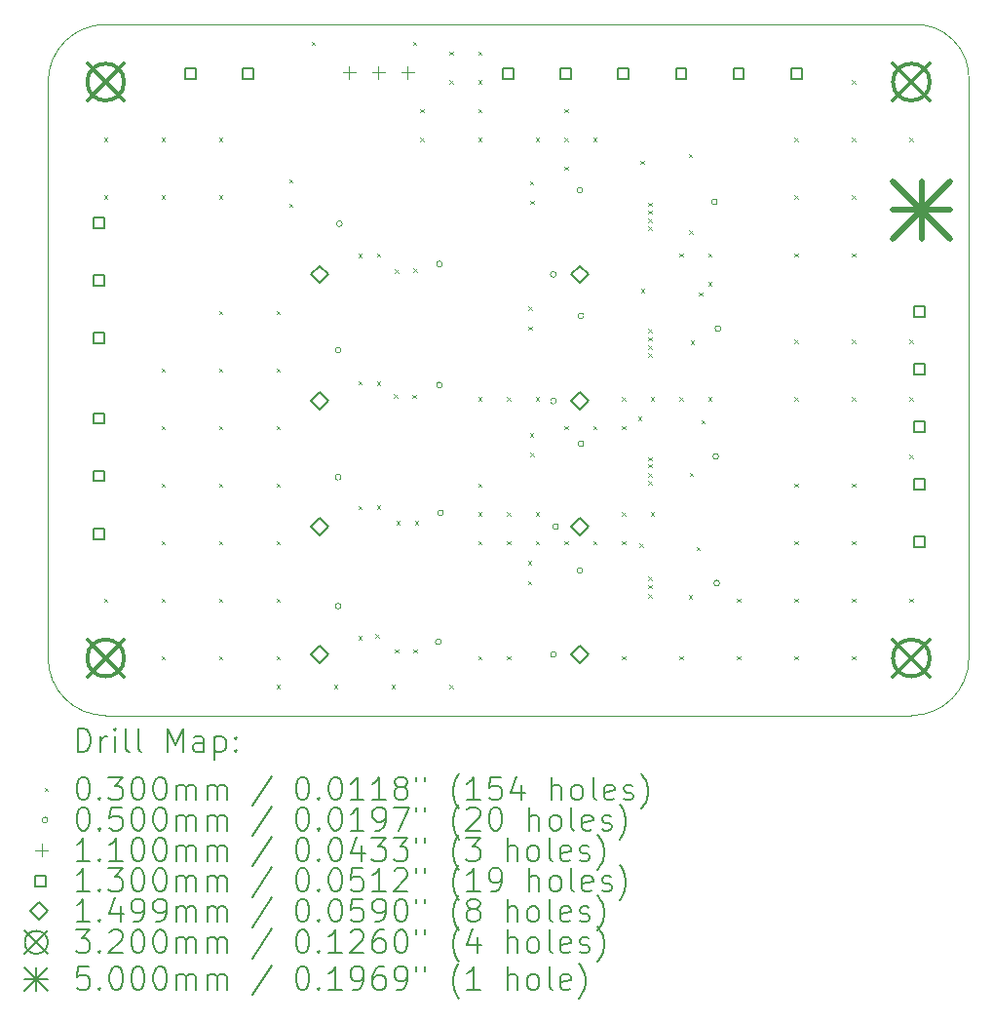
<source format=gbr>
%TF.GenerationSoftware,KiCad,Pcbnew,9.0.0*%
%TF.CreationDate,2025-03-25T18:59:23+01:00*%
%TF.ProjectId,HeatingBoard,48656174-696e-4674-926f-6172642e6b69,V1*%
%TF.SameCoordinates,Original*%
%TF.FileFunction,Drillmap*%
%TF.FilePolarity,Positive*%
%FSLAX45Y45*%
G04 Gerber Fmt 4.5, Leading zero omitted, Abs format (unit mm)*
G04 Created by KiCad (PCBNEW 9.0.0) date 2025-03-25 18:59:23*
%MOMM*%
%LPD*%
G01*
G04 APERTURE LIST*
%ADD10C,0.050000*%
%ADD11C,0.200000*%
%ADD12C,0.100000*%
%ADD13C,0.110000*%
%ADD14C,0.130000*%
%ADD15C,0.149860*%
%ADD16C,0.320000*%
%ADD17C,0.500000*%
G04 APERTURE END LIST*
D10*
X18500000Y-7000000D02*
G75*
G02*
X19000000Y-7500000I33510J-466490D01*
G01*
X11500000Y-7000000D02*
X18500000Y-7000000D01*
X11500000Y-13000000D02*
X18500000Y-13000000D01*
X11500000Y-13000000D02*
G75*
G02*
X11000000Y-12500000I0J500000D01*
G01*
X19000000Y-12500000D02*
G75*
G02*
X18500000Y-13000000I-500000J0D01*
G01*
X11000000Y-12500000D02*
X11000000Y-7500000D01*
X19000000Y-7500000D02*
X19000000Y-12500000D01*
X11000000Y-7500000D02*
G75*
G02*
X11500000Y-7000000I500000J0D01*
G01*
D11*
D12*
X11485000Y-7985000D02*
X11515000Y-8015000D01*
X11515000Y-7985000D02*
X11485000Y-8015000D01*
X11485000Y-8485000D02*
X11515000Y-8515000D01*
X11515000Y-8485000D02*
X11485000Y-8515000D01*
X11485000Y-11985000D02*
X11515000Y-12015000D01*
X11515000Y-11985000D02*
X11485000Y-12015000D01*
X11985000Y-7985000D02*
X12015000Y-8015000D01*
X12015000Y-7985000D02*
X11985000Y-8015000D01*
X11985000Y-8485000D02*
X12015000Y-8515000D01*
X12015000Y-8485000D02*
X11985000Y-8515000D01*
X11985000Y-9985000D02*
X12015000Y-10015000D01*
X12015000Y-9985000D02*
X11985000Y-10015000D01*
X11985000Y-10485000D02*
X12015000Y-10515000D01*
X12015000Y-10485000D02*
X11985000Y-10515000D01*
X11985000Y-10985000D02*
X12015000Y-11015000D01*
X12015000Y-10985000D02*
X11985000Y-11015000D01*
X11985000Y-11485000D02*
X12015000Y-11515000D01*
X12015000Y-11485000D02*
X11985000Y-11515000D01*
X11985000Y-11985000D02*
X12015000Y-12015000D01*
X12015000Y-11985000D02*
X11985000Y-12015000D01*
X11985000Y-12485000D02*
X12015000Y-12515000D01*
X12015000Y-12485000D02*
X11985000Y-12515000D01*
X12485000Y-7985000D02*
X12515000Y-8015000D01*
X12515000Y-7985000D02*
X12485000Y-8015000D01*
X12485000Y-8485000D02*
X12515000Y-8515000D01*
X12515000Y-8485000D02*
X12485000Y-8515000D01*
X12485000Y-9485000D02*
X12515000Y-9515000D01*
X12515000Y-9485000D02*
X12485000Y-9515000D01*
X12485000Y-9985000D02*
X12515000Y-10015000D01*
X12515000Y-9985000D02*
X12485000Y-10015000D01*
X12485000Y-10485000D02*
X12515000Y-10515000D01*
X12515000Y-10485000D02*
X12485000Y-10515000D01*
X12485000Y-10985000D02*
X12515000Y-11015000D01*
X12515000Y-10985000D02*
X12485000Y-11015000D01*
X12485000Y-11485000D02*
X12515000Y-11515000D01*
X12515000Y-11485000D02*
X12485000Y-11515000D01*
X12485000Y-11985000D02*
X12515000Y-12015000D01*
X12515000Y-11985000D02*
X12485000Y-12015000D01*
X12485000Y-12485000D02*
X12515000Y-12515000D01*
X12515000Y-12485000D02*
X12485000Y-12515000D01*
X12985000Y-9485000D02*
X13015000Y-9515000D01*
X13015000Y-9485000D02*
X12985000Y-9515000D01*
X12985000Y-9985000D02*
X13015000Y-10015000D01*
X13015000Y-9985000D02*
X12985000Y-10015000D01*
X12985000Y-10485000D02*
X13015000Y-10515000D01*
X13015000Y-10485000D02*
X12985000Y-10515000D01*
X12985000Y-10985000D02*
X13015000Y-11015000D01*
X13015000Y-10985000D02*
X12985000Y-11015000D01*
X12985000Y-11485000D02*
X13015000Y-11515000D01*
X13015000Y-11485000D02*
X12985000Y-11515000D01*
X12985000Y-11985000D02*
X13015000Y-12015000D01*
X13015000Y-11985000D02*
X12985000Y-12015000D01*
X12985000Y-12485000D02*
X13015000Y-12515000D01*
X13015000Y-12485000D02*
X12985000Y-12515000D01*
X12985000Y-12735000D02*
X13015000Y-12765000D01*
X13015000Y-12735000D02*
X12985000Y-12765000D01*
X13095000Y-8345000D02*
X13125000Y-8375000D01*
X13125000Y-8345000D02*
X13095000Y-8375000D01*
X13095000Y-8555000D02*
X13125000Y-8585000D01*
X13125000Y-8555000D02*
X13095000Y-8585000D01*
X13290000Y-7150000D02*
X13320000Y-7180000D01*
X13320000Y-7150000D02*
X13290000Y-7180000D01*
X13485000Y-12735000D02*
X13515000Y-12765000D01*
X13515000Y-12735000D02*
X13485000Y-12765000D01*
X13695000Y-8990000D02*
X13725000Y-9020000D01*
X13725000Y-8990000D02*
X13695000Y-9020000D01*
X13695000Y-10095000D02*
X13725000Y-10125000D01*
X13725000Y-10095000D02*
X13695000Y-10125000D01*
X13695000Y-11180000D02*
X13725000Y-11210000D01*
X13725000Y-11180000D02*
X13695000Y-11210000D01*
X13695000Y-12310000D02*
X13725000Y-12340000D01*
X13725000Y-12310000D02*
X13695000Y-12340000D01*
X13845000Y-12295000D02*
X13875000Y-12325000D01*
X13875000Y-12295000D02*
X13845000Y-12325000D01*
X13855000Y-8985000D02*
X13885000Y-9015000D01*
X13885000Y-8985000D02*
X13855000Y-9015000D01*
X13855000Y-10100000D02*
X13885000Y-10130000D01*
X13885000Y-10100000D02*
X13855000Y-10130000D01*
X13855000Y-11175000D02*
X13885000Y-11205000D01*
X13885000Y-11175000D02*
X13855000Y-11205000D01*
X13985000Y-12735000D02*
X14015000Y-12765000D01*
X14015000Y-12735000D02*
X13985000Y-12765000D01*
X14005000Y-10210000D02*
X14035000Y-10240000D01*
X14035000Y-10210000D02*
X14005000Y-10240000D01*
X14015000Y-9125000D02*
X14045000Y-9155000D01*
X14045000Y-9125000D02*
X14015000Y-9155000D01*
X14015000Y-12425000D02*
X14045000Y-12455000D01*
X14045000Y-12425000D02*
X14015000Y-12455000D01*
X14025000Y-11310000D02*
X14055000Y-11340000D01*
X14055000Y-11310000D02*
X14025000Y-11340000D01*
X14165000Y-10215000D02*
X14195000Y-10245000D01*
X14195000Y-10215000D02*
X14165000Y-10245000D01*
X14170000Y-7150000D02*
X14200000Y-7180000D01*
X14200000Y-7150000D02*
X14170000Y-7180000D01*
X14175000Y-9120000D02*
X14205000Y-9150000D01*
X14205000Y-9120000D02*
X14175000Y-9150000D01*
X14175000Y-12425000D02*
X14205000Y-12455000D01*
X14205000Y-12425000D02*
X14175000Y-12455000D01*
X14185000Y-11310000D02*
X14215000Y-11340000D01*
X14215000Y-11310000D02*
X14185000Y-11340000D01*
X14235000Y-7735000D02*
X14265000Y-7765000D01*
X14265000Y-7735000D02*
X14235000Y-7765000D01*
X14235000Y-7985000D02*
X14265000Y-8015000D01*
X14265000Y-7985000D02*
X14235000Y-8015000D01*
X14485000Y-7235000D02*
X14515000Y-7265000D01*
X14515000Y-7235000D02*
X14485000Y-7265000D01*
X14485000Y-7485000D02*
X14515000Y-7515000D01*
X14515000Y-7485000D02*
X14485000Y-7515000D01*
X14485000Y-12735000D02*
X14515000Y-12765000D01*
X14515000Y-12735000D02*
X14485000Y-12765000D01*
X14735000Y-7235000D02*
X14765000Y-7265000D01*
X14765000Y-7235000D02*
X14735000Y-7265000D01*
X14735000Y-7485000D02*
X14765000Y-7515000D01*
X14765000Y-7485000D02*
X14735000Y-7515000D01*
X14735000Y-7735000D02*
X14765000Y-7765000D01*
X14765000Y-7735000D02*
X14735000Y-7765000D01*
X14735000Y-7985000D02*
X14765000Y-8015000D01*
X14765000Y-7985000D02*
X14735000Y-8015000D01*
X14735000Y-10235000D02*
X14765000Y-10265000D01*
X14765000Y-10235000D02*
X14735000Y-10265000D01*
X14735000Y-10985000D02*
X14765000Y-11015000D01*
X14765000Y-10985000D02*
X14735000Y-11015000D01*
X14735000Y-11235000D02*
X14765000Y-11265000D01*
X14765000Y-11235000D02*
X14735000Y-11265000D01*
X14735000Y-11485000D02*
X14765000Y-11515000D01*
X14765000Y-11485000D02*
X14735000Y-11515000D01*
X14735000Y-12485000D02*
X14765000Y-12515000D01*
X14765000Y-12485000D02*
X14735000Y-12515000D01*
X14985000Y-10235000D02*
X15015000Y-10265000D01*
X15015000Y-10235000D02*
X14985000Y-10265000D01*
X14985000Y-11235000D02*
X15015000Y-11265000D01*
X15015000Y-11235000D02*
X14985000Y-11265000D01*
X14985000Y-11485000D02*
X15015000Y-11515000D01*
X15015000Y-11485000D02*
X14985000Y-11515000D01*
X14985000Y-12485000D02*
X15015000Y-12515000D01*
X15015000Y-12485000D02*
X14985000Y-12515000D01*
X15170000Y-11660000D02*
X15200000Y-11690000D01*
X15200000Y-11660000D02*
X15170000Y-11690000D01*
X15170000Y-11830000D02*
X15200000Y-11860000D01*
X15200000Y-11830000D02*
X15170000Y-11860000D01*
X15171250Y-9448750D02*
X15201250Y-9478750D01*
X15201250Y-9448750D02*
X15171250Y-9478750D01*
X15171250Y-9621250D02*
X15201250Y-9651250D01*
X15201250Y-9621250D02*
X15171250Y-9651250D01*
X15185000Y-8358750D02*
X15215000Y-8388750D01*
X15215000Y-8358750D02*
X15185000Y-8388750D01*
X15185000Y-10548750D02*
X15215000Y-10578750D01*
X15215000Y-10548750D02*
X15185000Y-10578750D01*
X15190000Y-10720000D02*
X15220000Y-10750000D01*
X15220000Y-10720000D02*
X15190000Y-10750000D01*
X15191250Y-8531250D02*
X15221250Y-8561250D01*
X15221250Y-8531250D02*
X15191250Y-8561250D01*
X15235000Y-7985000D02*
X15265000Y-8015000D01*
X15265000Y-7985000D02*
X15235000Y-8015000D01*
X15235000Y-10235000D02*
X15265000Y-10265000D01*
X15265000Y-10235000D02*
X15235000Y-10265000D01*
X15235000Y-11235000D02*
X15265000Y-11265000D01*
X15265000Y-11235000D02*
X15235000Y-11265000D01*
X15235000Y-11485000D02*
X15265000Y-11515000D01*
X15265000Y-11485000D02*
X15235000Y-11515000D01*
X15485000Y-7735000D02*
X15515000Y-7765000D01*
X15515000Y-7735000D02*
X15485000Y-7765000D01*
X15485000Y-7985000D02*
X15515000Y-8015000D01*
X15515000Y-7985000D02*
X15485000Y-8015000D01*
X15485000Y-8235000D02*
X15515000Y-8265000D01*
X15515000Y-8235000D02*
X15485000Y-8265000D01*
X15485000Y-10485000D02*
X15515000Y-10515000D01*
X15515000Y-10485000D02*
X15485000Y-10515000D01*
X15485000Y-11485000D02*
X15515000Y-11515000D01*
X15515000Y-11485000D02*
X15485000Y-11515000D01*
X15735000Y-7985000D02*
X15765000Y-8015000D01*
X15765000Y-7985000D02*
X15735000Y-8015000D01*
X15735000Y-10485000D02*
X15765000Y-10515000D01*
X15765000Y-10485000D02*
X15735000Y-10515000D01*
X15735000Y-11485000D02*
X15765000Y-11515000D01*
X15765000Y-11485000D02*
X15735000Y-11515000D01*
X15985000Y-10235000D02*
X16015000Y-10265000D01*
X16015000Y-10235000D02*
X15985000Y-10265000D01*
X15985000Y-10485000D02*
X16015000Y-10515000D01*
X16015000Y-10485000D02*
X15985000Y-10515000D01*
X15985000Y-11235000D02*
X16015000Y-11265000D01*
X16015000Y-11235000D02*
X15985000Y-11265000D01*
X15985000Y-11485000D02*
X16015000Y-11515000D01*
X16015000Y-11485000D02*
X15985000Y-11515000D01*
X15985000Y-12485000D02*
X16015000Y-12515000D01*
X16015000Y-12485000D02*
X15985000Y-12515000D01*
X16125000Y-10405000D02*
X16155000Y-10435000D01*
X16155000Y-10405000D02*
X16125000Y-10435000D01*
X16140000Y-11503750D02*
X16170000Y-11533750D01*
X16170000Y-11503750D02*
X16140000Y-11533750D01*
X16145000Y-8183750D02*
X16175000Y-8213750D01*
X16175000Y-8183750D02*
X16145000Y-8213750D01*
X16151250Y-9293750D02*
X16181250Y-9323750D01*
X16181250Y-9293750D02*
X16151250Y-9323750D01*
X16215000Y-8545000D02*
X16245000Y-8575000D01*
X16245000Y-8545000D02*
X16215000Y-8575000D01*
X16215000Y-8615000D02*
X16245000Y-8645000D01*
X16245000Y-8615000D02*
X16215000Y-8645000D01*
X16215000Y-8685000D02*
X16245000Y-8715000D01*
X16245000Y-8685000D02*
X16215000Y-8715000D01*
X16215000Y-8755000D02*
X16245000Y-8785000D01*
X16245000Y-8755000D02*
X16215000Y-8785000D01*
X16215000Y-9645000D02*
X16245000Y-9675000D01*
X16245000Y-9645000D02*
X16215000Y-9675000D01*
X16215000Y-9715000D02*
X16245000Y-9745000D01*
X16245000Y-9715000D02*
X16215000Y-9745000D01*
X16215000Y-9785000D02*
X16245000Y-9815000D01*
X16245000Y-9785000D02*
X16215000Y-9815000D01*
X16215000Y-9855000D02*
X16245000Y-9885000D01*
X16245000Y-9855000D02*
X16215000Y-9885000D01*
X16215000Y-10755000D02*
X16245000Y-10785000D01*
X16245000Y-10755000D02*
X16215000Y-10785000D01*
X16215000Y-10815000D02*
X16245000Y-10845000D01*
X16245000Y-10815000D02*
X16215000Y-10845000D01*
X16215000Y-10895000D02*
X16245000Y-10925000D01*
X16245000Y-10895000D02*
X16215000Y-10925000D01*
X16215000Y-10965000D02*
X16245000Y-10995000D01*
X16245000Y-10965000D02*
X16215000Y-10995000D01*
X16215000Y-11795000D02*
X16245000Y-11825000D01*
X16245000Y-11795000D02*
X16215000Y-11825000D01*
X16215000Y-11865000D02*
X16245000Y-11895000D01*
X16245000Y-11865000D02*
X16215000Y-11895000D01*
X16215000Y-11945000D02*
X16245000Y-11975000D01*
X16245000Y-11945000D02*
X16215000Y-11975000D01*
X16235000Y-10235000D02*
X16265000Y-10265000D01*
X16265000Y-10235000D02*
X16235000Y-10265000D01*
X16235000Y-11235000D02*
X16265000Y-11265000D01*
X16265000Y-11235000D02*
X16235000Y-11265000D01*
X16485000Y-8985000D02*
X16515000Y-9015000D01*
X16515000Y-8985000D02*
X16485000Y-9015000D01*
X16485000Y-10235000D02*
X16515000Y-10265000D01*
X16515000Y-10235000D02*
X16485000Y-10265000D01*
X16485000Y-12485000D02*
X16515000Y-12515000D01*
X16515000Y-12485000D02*
X16485000Y-12515000D01*
X16565000Y-8125000D02*
X16595000Y-8155000D01*
X16595000Y-8125000D02*
X16565000Y-8155000D01*
X16565000Y-11955000D02*
X16595000Y-11985000D01*
X16595000Y-11955000D02*
X16565000Y-11985000D01*
X16570000Y-8790000D02*
X16600000Y-8820000D01*
X16600000Y-8790000D02*
X16570000Y-8820000D01*
X16572500Y-10892500D02*
X16602500Y-10922500D01*
X16602500Y-10892500D02*
X16572500Y-10922500D01*
X16582500Y-9745000D02*
X16612500Y-9775000D01*
X16612500Y-9745000D02*
X16582500Y-9775000D01*
X16635000Y-11535000D02*
X16665000Y-11565000D01*
X16665000Y-11535000D02*
X16635000Y-11565000D01*
X16655000Y-9325000D02*
X16685000Y-9355000D01*
X16685000Y-9325000D02*
X16655000Y-9355000D01*
X16675000Y-10435000D02*
X16705000Y-10465000D01*
X16705000Y-10435000D02*
X16675000Y-10465000D01*
X16735000Y-8985000D02*
X16765000Y-9015000D01*
X16765000Y-8985000D02*
X16735000Y-9015000D01*
X16735000Y-9235000D02*
X16765000Y-9265000D01*
X16765000Y-9235000D02*
X16735000Y-9265000D01*
X16735000Y-10235000D02*
X16765000Y-10265000D01*
X16765000Y-10235000D02*
X16735000Y-10265000D01*
X16985000Y-11985000D02*
X17015000Y-12015000D01*
X17015000Y-11985000D02*
X16985000Y-12015000D01*
X16985000Y-12485000D02*
X17015000Y-12515000D01*
X17015000Y-12485000D02*
X16985000Y-12515000D01*
X17485000Y-7985000D02*
X17515000Y-8015000D01*
X17515000Y-7985000D02*
X17485000Y-8015000D01*
X17485000Y-8485000D02*
X17515000Y-8515000D01*
X17515000Y-8485000D02*
X17485000Y-8515000D01*
X17485000Y-8985000D02*
X17515000Y-9015000D01*
X17515000Y-8985000D02*
X17485000Y-9015000D01*
X17485000Y-9735000D02*
X17515000Y-9765000D01*
X17515000Y-9735000D02*
X17485000Y-9765000D01*
X17485000Y-10235000D02*
X17515000Y-10265000D01*
X17515000Y-10235000D02*
X17485000Y-10265000D01*
X17485000Y-10985000D02*
X17515000Y-11015000D01*
X17515000Y-10985000D02*
X17485000Y-11015000D01*
X17485000Y-11485000D02*
X17515000Y-11515000D01*
X17515000Y-11485000D02*
X17485000Y-11515000D01*
X17485000Y-11985000D02*
X17515000Y-12015000D01*
X17515000Y-11985000D02*
X17485000Y-12015000D01*
X17485000Y-12485000D02*
X17515000Y-12515000D01*
X17515000Y-12485000D02*
X17485000Y-12515000D01*
X17985000Y-7485000D02*
X18015000Y-7515000D01*
X18015000Y-7485000D02*
X17985000Y-7515000D01*
X17985000Y-7985000D02*
X18015000Y-8015000D01*
X18015000Y-7985000D02*
X17985000Y-8015000D01*
X17985000Y-8485000D02*
X18015000Y-8515000D01*
X18015000Y-8485000D02*
X17985000Y-8515000D01*
X17985000Y-8985000D02*
X18015000Y-9015000D01*
X18015000Y-8985000D02*
X17985000Y-9015000D01*
X17985000Y-9735000D02*
X18015000Y-9765000D01*
X18015000Y-9735000D02*
X17985000Y-9765000D01*
X17985000Y-10235000D02*
X18015000Y-10265000D01*
X18015000Y-10235000D02*
X17985000Y-10265000D01*
X17985000Y-10985000D02*
X18015000Y-11015000D01*
X18015000Y-10985000D02*
X17985000Y-11015000D01*
X17985000Y-11485000D02*
X18015000Y-11515000D01*
X18015000Y-11485000D02*
X17985000Y-11515000D01*
X17985000Y-11985000D02*
X18015000Y-12015000D01*
X18015000Y-11985000D02*
X17985000Y-12015000D01*
X17985000Y-12485000D02*
X18015000Y-12515000D01*
X18015000Y-12485000D02*
X17985000Y-12515000D01*
X18485000Y-7985000D02*
X18515000Y-8015000D01*
X18515000Y-7985000D02*
X18485000Y-8015000D01*
X18485000Y-9735000D02*
X18515000Y-9765000D01*
X18515000Y-9735000D02*
X18485000Y-9765000D01*
X18485000Y-10235000D02*
X18515000Y-10265000D01*
X18515000Y-10235000D02*
X18485000Y-10265000D01*
X18485000Y-10735000D02*
X18515000Y-10765000D01*
X18515000Y-10735000D02*
X18485000Y-10765000D01*
X18485000Y-11985000D02*
X18515000Y-12015000D01*
X18515000Y-11985000D02*
X18485000Y-12015000D01*
X13545000Y-9827675D02*
G75*
G02*
X13495000Y-9827675I-25000J0D01*
G01*
X13495000Y-9827675D02*
G75*
G02*
X13545000Y-9827675I25000J0D01*
G01*
X13545000Y-10930000D02*
G75*
G02*
X13495000Y-10930000I-25000J0D01*
G01*
X13495000Y-10930000D02*
G75*
G02*
X13545000Y-10930000I25000J0D01*
G01*
X13545000Y-12050000D02*
G75*
G02*
X13495000Y-12050000I-25000J0D01*
G01*
X13495000Y-12050000D02*
G75*
G02*
X13545000Y-12050000I25000J0D01*
G01*
X13555000Y-8730000D02*
G75*
G02*
X13505000Y-8730000I-25000J0D01*
G01*
X13505000Y-8730000D02*
G75*
G02*
X13555000Y-8730000I25000J0D01*
G01*
X14415000Y-12360000D02*
G75*
G02*
X14365000Y-12360000I-25000J0D01*
G01*
X14365000Y-12360000D02*
G75*
G02*
X14415000Y-12360000I25000J0D01*
G01*
X14425000Y-9080000D02*
G75*
G02*
X14375000Y-9080000I-25000J0D01*
G01*
X14375000Y-9080000D02*
G75*
G02*
X14425000Y-9080000I25000J0D01*
G01*
X14425000Y-10130000D02*
G75*
G02*
X14375000Y-10130000I-25000J0D01*
G01*
X14375000Y-10130000D02*
G75*
G02*
X14425000Y-10130000I25000J0D01*
G01*
X14435000Y-11240000D02*
G75*
G02*
X14385000Y-11240000I-25000J0D01*
G01*
X14385000Y-11240000D02*
G75*
G02*
X14435000Y-11240000I25000J0D01*
G01*
X15415000Y-9170000D02*
G75*
G02*
X15365000Y-9170000I-25000J0D01*
G01*
X15365000Y-9170000D02*
G75*
G02*
X15415000Y-9170000I25000J0D01*
G01*
X15415000Y-10270000D02*
G75*
G02*
X15365000Y-10270000I-25000J0D01*
G01*
X15365000Y-10270000D02*
G75*
G02*
X15415000Y-10270000I25000J0D01*
G01*
X15415000Y-12470000D02*
G75*
G02*
X15365000Y-12470000I-25000J0D01*
G01*
X15365000Y-12470000D02*
G75*
G02*
X15415000Y-12470000I25000J0D01*
G01*
X15435000Y-11360000D02*
G75*
G02*
X15385000Y-11360000I-25000J0D01*
G01*
X15385000Y-11360000D02*
G75*
G02*
X15435000Y-11360000I25000J0D01*
G01*
X15645000Y-8440000D02*
G75*
G02*
X15595000Y-8440000I-25000J0D01*
G01*
X15595000Y-8440000D02*
G75*
G02*
X15645000Y-8440000I25000J0D01*
G01*
X15645000Y-11740000D02*
G75*
G02*
X15595000Y-11740000I-25000J0D01*
G01*
X15595000Y-11740000D02*
G75*
G02*
X15645000Y-11740000I25000J0D01*
G01*
X15655000Y-9530000D02*
G75*
G02*
X15605000Y-9530000I-25000J0D01*
G01*
X15605000Y-9530000D02*
G75*
G02*
X15655000Y-9530000I25000J0D01*
G01*
X15655000Y-10640000D02*
G75*
G02*
X15605000Y-10640000I-25000J0D01*
G01*
X15605000Y-10640000D02*
G75*
G02*
X15655000Y-10640000I25000J0D01*
G01*
X16815000Y-8540000D02*
G75*
G02*
X16765000Y-8540000I-25000J0D01*
G01*
X16765000Y-8540000D02*
G75*
G02*
X16815000Y-8540000I25000J0D01*
G01*
X16825000Y-10750000D02*
G75*
G02*
X16775000Y-10750000I-25000J0D01*
G01*
X16775000Y-10750000D02*
G75*
G02*
X16825000Y-10750000I25000J0D01*
G01*
X16835000Y-11850000D02*
G75*
G02*
X16785000Y-11850000I-25000J0D01*
G01*
X16785000Y-11850000D02*
G75*
G02*
X16835000Y-11850000I25000J0D01*
G01*
X16845000Y-9640000D02*
G75*
G02*
X16795000Y-9640000I-25000J0D01*
G01*
X16795000Y-9640000D02*
G75*
G02*
X16845000Y-9640000I25000J0D01*
G01*
D13*
X13616000Y-7360500D02*
X13616000Y-7470500D01*
X13561000Y-7415500D02*
X13671000Y-7415500D01*
X13870000Y-7360500D02*
X13870000Y-7470500D01*
X13815000Y-7415500D02*
X13925000Y-7415500D01*
X14124000Y-7360500D02*
X14124000Y-7470500D01*
X14069000Y-7415500D02*
X14179000Y-7415500D01*
D14*
X11485962Y-8765962D02*
X11485962Y-8674038D01*
X11394038Y-8674038D01*
X11394038Y-8765962D01*
X11485962Y-8765962D01*
X11485962Y-9265962D02*
X11485962Y-9174038D01*
X11394038Y-9174038D01*
X11394038Y-9265962D01*
X11485962Y-9265962D01*
X11485962Y-9765962D02*
X11485962Y-9674038D01*
X11394038Y-9674038D01*
X11394038Y-9765962D01*
X11485962Y-9765962D01*
X11485962Y-10465962D02*
X11485962Y-10374038D01*
X11394038Y-10374038D01*
X11394038Y-10465962D01*
X11485962Y-10465962D01*
X11485962Y-10965962D02*
X11485962Y-10874038D01*
X11394038Y-10874038D01*
X11394038Y-10965962D01*
X11485962Y-10965962D01*
X11485962Y-11465962D02*
X11485962Y-11374038D01*
X11394038Y-11374038D01*
X11394038Y-11465962D01*
X11485962Y-11465962D01*
X12285962Y-7475962D02*
X12285962Y-7384038D01*
X12194038Y-7384038D01*
X12194038Y-7475962D01*
X12285962Y-7475962D01*
X12785962Y-7475962D02*
X12785962Y-7384038D01*
X12694038Y-7384038D01*
X12694038Y-7475962D01*
X12785962Y-7475962D01*
X15045962Y-7475962D02*
X15045962Y-7384038D01*
X14954038Y-7384038D01*
X14954038Y-7475962D01*
X15045962Y-7475962D01*
X15545962Y-7475962D02*
X15545962Y-7384038D01*
X15454038Y-7384038D01*
X15454038Y-7475962D01*
X15545962Y-7475962D01*
X16045962Y-7475962D02*
X16045962Y-7384038D01*
X15954038Y-7384038D01*
X15954038Y-7475962D01*
X16045962Y-7475962D01*
X16545962Y-7475962D02*
X16545962Y-7384038D01*
X16454038Y-7384038D01*
X16454038Y-7475962D01*
X16545962Y-7475962D01*
X17045962Y-7475962D02*
X17045962Y-7384038D01*
X16954038Y-7384038D01*
X16954038Y-7475962D01*
X17045962Y-7475962D01*
X17545962Y-7475962D02*
X17545962Y-7384038D01*
X17454038Y-7384038D01*
X17454038Y-7475962D01*
X17545962Y-7475962D01*
X18615962Y-9535962D02*
X18615962Y-9444038D01*
X18524038Y-9444038D01*
X18524038Y-9535962D01*
X18615962Y-9535962D01*
X18615962Y-10035962D02*
X18615962Y-9944038D01*
X18524038Y-9944038D01*
X18524038Y-10035962D01*
X18615962Y-10035962D01*
X18615962Y-10535962D02*
X18615962Y-10444038D01*
X18524038Y-10444038D01*
X18524038Y-10535962D01*
X18615962Y-10535962D01*
X18615962Y-11035962D02*
X18615962Y-10944038D01*
X18524038Y-10944038D01*
X18524038Y-11035962D01*
X18615962Y-11035962D01*
X18615962Y-11535962D02*
X18615962Y-11444038D01*
X18524038Y-11444038D01*
X18524038Y-11535962D01*
X18615962Y-11535962D01*
D15*
X13360000Y-9244930D02*
X13434930Y-9170000D01*
X13360000Y-9095070D01*
X13285070Y-9170000D01*
X13360000Y-9244930D01*
X13360000Y-10344930D02*
X13434930Y-10270000D01*
X13360000Y-10195070D01*
X13285070Y-10270000D01*
X13360000Y-10344930D01*
X13360000Y-11434930D02*
X13434930Y-11360000D01*
X13360000Y-11285070D01*
X13285070Y-11360000D01*
X13360000Y-11434930D01*
X13360000Y-12544930D02*
X13434930Y-12470000D01*
X13360000Y-12395070D01*
X13285070Y-12470000D01*
X13360000Y-12544930D01*
X15620000Y-9244930D02*
X15694930Y-9170000D01*
X15620000Y-9095070D01*
X15545070Y-9170000D01*
X15620000Y-9244930D01*
X15620000Y-10344930D02*
X15694930Y-10270000D01*
X15620000Y-10195070D01*
X15545070Y-10270000D01*
X15620000Y-10344930D01*
X15620000Y-11434930D02*
X15694930Y-11360000D01*
X15620000Y-11285070D01*
X15545070Y-11360000D01*
X15620000Y-11434930D01*
X15620000Y-12544930D02*
X15694930Y-12470000D01*
X15620000Y-12395070D01*
X15545070Y-12470000D01*
X15620000Y-12544930D01*
D16*
X11340000Y-7340000D02*
X11660000Y-7660000D01*
X11660000Y-7340000D02*
X11340000Y-7660000D01*
X11660000Y-7500000D02*
G75*
G02*
X11340000Y-7500000I-160000J0D01*
G01*
X11340000Y-7500000D02*
G75*
G02*
X11660000Y-7500000I160000J0D01*
G01*
X11340000Y-12340000D02*
X11660000Y-12660000D01*
X11660000Y-12340000D02*
X11340000Y-12660000D01*
X11660000Y-12500000D02*
G75*
G02*
X11340000Y-12500000I-160000J0D01*
G01*
X11340000Y-12500000D02*
G75*
G02*
X11660000Y-12500000I160000J0D01*
G01*
X18340000Y-7340000D02*
X18660000Y-7660000D01*
X18660000Y-7340000D02*
X18340000Y-7660000D01*
X18660000Y-7500000D02*
G75*
G02*
X18340000Y-7500000I-160000J0D01*
G01*
X18340000Y-7500000D02*
G75*
G02*
X18660000Y-7500000I160000J0D01*
G01*
X18340000Y-12340000D02*
X18660000Y-12660000D01*
X18660000Y-12340000D02*
X18340000Y-12660000D01*
X18660000Y-12500000D02*
G75*
G02*
X18340000Y-12500000I-160000J0D01*
G01*
X18340000Y-12500000D02*
G75*
G02*
X18660000Y-12500000I160000J0D01*
G01*
D17*
X18340000Y-8360000D02*
X18840000Y-8860000D01*
X18840000Y-8360000D02*
X18340000Y-8860000D01*
X18590000Y-8360000D02*
X18590000Y-8860000D01*
X18340000Y-8610000D02*
X18840000Y-8610000D01*
D11*
X11258277Y-13313984D02*
X11258277Y-13113984D01*
X11258277Y-13113984D02*
X11305896Y-13113984D01*
X11305896Y-13113984D02*
X11334467Y-13123508D01*
X11334467Y-13123508D02*
X11353515Y-13142555D01*
X11353515Y-13142555D02*
X11363039Y-13161603D01*
X11363039Y-13161603D02*
X11372562Y-13199698D01*
X11372562Y-13199698D02*
X11372562Y-13228269D01*
X11372562Y-13228269D02*
X11363039Y-13266365D01*
X11363039Y-13266365D02*
X11353515Y-13285412D01*
X11353515Y-13285412D02*
X11334467Y-13304460D01*
X11334467Y-13304460D02*
X11305896Y-13313984D01*
X11305896Y-13313984D02*
X11258277Y-13313984D01*
X11458277Y-13313984D02*
X11458277Y-13180650D01*
X11458277Y-13218746D02*
X11467801Y-13199698D01*
X11467801Y-13199698D02*
X11477324Y-13190174D01*
X11477324Y-13190174D02*
X11496372Y-13180650D01*
X11496372Y-13180650D02*
X11515420Y-13180650D01*
X11582086Y-13313984D02*
X11582086Y-13180650D01*
X11582086Y-13113984D02*
X11572562Y-13123508D01*
X11572562Y-13123508D02*
X11582086Y-13133031D01*
X11582086Y-13133031D02*
X11591610Y-13123508D01*
X11591610Y-13123508D02*
X11582086Y-13113984D01*
X11582086Y-13113984D02*
X11582086Y-13133031D01*
X11705896Y-13313984D02*
X11686848Y-13304460D01*
X11686848Y-13304460D02*
X11677324Y-13285412D01*
X11677324Y-13285412D02*
X11677324Y-13113984D01*
X11810658Y-13313984D02*
X11791610Y-13304460D01*
X11791610Y-13304460D02*
X11782086Y-13285412D01*
X11782086Y-13285412D02*
X11782086Y-13113984D01*
X12039229Y-13313984D02*
X12039229Y-13113984D01*
X12039229Y-13113984D02*
X12105896Y-13256841D01*
X12105896Y-13256841D02*
X12172562Y-13113984D01*
X12172562Y-13113984D02*
X12172562Y-13313984D01*
X12353515Y-13313984D02*
X12353515Y-13209222D01*
X12353515Y-13209222D02*
X12343991Y-13190174D01*
X12343991Y-13190174D02*
X12324943Y-13180650D01*
X12324943Y-13180650D02*
X12286848Y-13180650D01*
X12286848Y-13180650D02*
X12267801Y-13190174D01*
X12353515Y-13304460D02*
X12334467Y-13313984D01*
X12334467Y-13313984D02*
X12286848Y-13313984D01*
X12286848Y-13313984D02*
X12267801Y-13304460D01*
X12267801Y-13304460D02*
X12258277Y-13285412D01*
X12258277Y-13285412D02*
X12258277Y-13266365D01*
X12258277Y-13266365D02*
X12267801Y-13247317D01*
X12267801Y-13247317D02*
X12286848Y-13237793D01*
X12286848Y-13237793D02*
X12334467Y-13237793D01*
X12334467Y-13237793D02*
X12353515Y-13228269D01*
X12448753Y-13180650D02*
X12448753Y-13380650D01*
X12448753Y-13190174D02*
X12467801Y-13180650D01*
X12467801Y-13180650D02*
X12505896Y-13180650D01*
X12505896Y-13180650D02*
X12524943Y-13190174D01*
X12524943Y-13190174D02*
X12534467Y-13199698D01*
X12534467Y-13199698D02*
X12543991Y-13218746D01*
X12543991Y-13218746D02*
X12543991Y-13275888D01*
X12543991Y-13275888D02*
X12534467Y-13294936D01*
X12534467Y-13294936D02*
X12524943Y-13304460D01*
X12524943Y-13304460D02*
X12505896Y-13313984D01*
X12505896Y-13313984D02*
X12467801Y-13313984D01*
X12467801Y-13313984D02*
X12448753Y-13304460D01*
X12629705Y-13294936D02*
X12639229Y-13304460D01*
X12639229Y-13304460D02*
X12629705Y-13313984D01*
X12629705Y-13313984D02*
X12620182Y-13304460D01*
X12620182Y-13304460D02*
X12629705Y-13294936D01*
X12629705Y-13294936D02*
X12629705Y-13313984D01*
X12629705Y-13190174D02*
X12639229Y-13199698D01*
X12639229Y-13199698D02*
X12629705Y-13209222D01*
X12629705Y-13209222D02*
X12620182Y-13199698D01*
X12620182Y-13199698D02*
X12629705Y-13190174D01*
X12629705Y-13190174D02*
X12629705Y-13209222D01*
D12*
X10967500Y-13627500D02*
X10997500Y-13657500D01*
X10997500Y-13627500D02*
X10967500Y-13657500D01*
D11*
X11296372Y-13533984D02*
X11315420Y-13533984D01*
X11315420Y-13533984D02*
X11334467Y-13543508D01*
X11334467Y-13543508D02*
X11343991Y-13553031D01*
X11343991Y-13553031D02*
X11353515Y-13572079D01*
X11353515Y-13572079D02*
X11363039Y-13610174D01*
X11363039Y-13610174D02*
X11363039Y-13657793D01*
X11363039Y-13657793D02*
X11353515Y-13695888D01*
X11353515Y-13695888D02*
X11343991Y-13714936D01*
X11343991Y-13714936D02*
X11334467Y-13724460D01*
X11334467Y-13724460D02*
X11315420Y-13733984D01*
X11315420Y-13733984D02*
X11296372Y-13733984D01*
X11296372Y-13733984D02*
X11277324Y-13724460D01*
X11277324Y-13724460D02*
X11267801Y-13714936D01*
X11267801Y-13714936D02*
X11258277Y-13695888D01*
X11258277Y-13695888D02*
X11248753Y-13657793D01*
X11248753Y-13657793D02*
X11248753Y-13610174D01*
X11248753Y-13610174D02*
X11258277Y-13572079D01*
X11258277Y-13572079D02*
X11267801Y-13553031D01*
X11267801Y-13553031D02*
X11277324Y-13543508D01*
X11277324Y-13543508D02*
X11296372Y-13533984D01*
X11448753Y-13714936D02*
X11458277Y-13724460D01*
X11458277Y-13724460D02*
X11448753Y-13733984D01*
X11448753Y-13733984D02*
X11439229Y-13724460D01*
X11439229Y-13724460D02*
X11448753Y-13714936D01*
X11448753Y-13714936D02*
X11448753Y-13733984D01*
X11524943Y-13533984D02*
X11648753Y-13533984D01*
X11648753Y-13533984D02*
X11582086Y-13610174D01*
X11582086Y-13610174D02*
X11610658Y-13610174D01*
X11610658Y-13610174D02*
X11629705Y-13619698D01*
X11629705Y-13619698D02*
X11639229Y-13629222D01*
X11639229Y-13629222D02*
X11648753Y-13648269D01*
X11648753Y-13648269D02*
X11648753Y-13695888D01*
X11648753Y-13695888D02*
X11639229Y-13714936D01*
X11639229Y-13714936D02*
X11629705Y-13724460D01*
X11629705Y-13724460D02*
X11610658Y-13733984D01*
X11610658Y-13733984D02*
X11553515Y-13733984D01*
X11553515Y-13733984D02*
X11534467Y-13724460D01*
X11534467Y-13724460D02*
X11524943Y-13714936D01*
X11772562Y-13533984D02*
X11791610Y-13533984D01*
X11791610Y-13533984D02*
X11810658Y-13543508D01*
X11810658Y-13543508D02*
X11820182Y-13553031D01*
X11820182Y-13553031D02*
X11829705Y-13572079D01*
X11829705Y-13572079D02*
X11839229Y-13610174D01*
X11839229Y-13610174D02*
X11839229Y-13657793D01*
X11839229Y-13657793D02*
X11829705Y-13695888D01*
X11829705Y-13695888D02*
X11820182Y-13714936D01*
X11820182Y-13714936D02*
X11810658Y-13724460D01*
X11810658Y-13724460D02*
X11791610Y-13733984D01*
X11791610Y-13733984D02*
X11772562Y-13733984D01*
X11772562Y-13733984D02*
X11753515Y-13724460D01*
X11753515Y-13724460D02*
X11743991Y-13714936D01*
X11743991Y-13714936D02*
X11734467Y-13695888D01*
X11734467Y-13695888D02*
X11724943Y-13657793D01*
X11724943Y-13657793D02*
X11724943Y-13610174D01*
X11724943Y-13610174D02*
X11734467Y-13572079D01*
X11734467Y-13572079D02*
X11743991Y-13553031D01*
X11743991Y-13553031D02*
X11753515Y-13543508D01*
X11753515Y-13543508D02*
X11772562Y-13533984D01*
X11963039Y-13533984D02*
X11982086Y-13533984D01*
X11982086Y-13533984D02*
X12001134Y-13543508D01*
X12001134Y-13543508D02*
X12010658Y-13553031D01*
X12010658Y-13553031D02*
X12020182Y-13572079D01*
X12020182Y-13572079D02*
X12029705Y-13610174D01*
X12029705Y-13610174D02*
X12029705Y-13657793D01*
X12029705Y-13657793D02*
X12020182Y-13695888D01*
X12020182Y-13695888D02*
X12010658Y-13714936D01*
X12010658Y-13714936D02*
X12001134Y-13724460D01*
X12001134Y-13724460D02*
X11982086Y-13733984D01*
X11982086Y-13733984D02*
X11963039Y-13733984D01*
X11963039Y-13733984D02*
X11943991Y-13724460D01*
X11943991Y-13724460D02*
X11934467Y-13714936D01*
X11934467Y-13714936D02*
X11924943Y-13695888D01*
X11924943Y-13695888D02*
X11915420Y-13657793D01*
X11915420Y-13657793D02*
X11915420Y-13610174D01*
X11915420Y-13610174D02*
X11924943Y-13572079D01*
X11924943Y-13572079D02*
X11934467Y-13553031D01*
X11934467Y-13553031D02*
X11943991Y-13543508D01*
X11943991Y-13543508D02*
X11963039Y-13533984D01*
X12115420Y-13733984D02*
X12115420Y-13600650D01*
X12115420Y-13619698D02*
X12124943Y-13610174D01*
X12124943Y-13610174D02*
X12143991Y-13600650D01*
X12143991Y-13600650D02*
X12172563Y-13600650D01*
X12172563Y-13600650D02*
X12191610Y-13610174D01*
X12191610Y-13610174D02*
X12201134Y-13629222D01*
X12201134Y-13629222D02*
X12201134Y-13733984D01*
X12201134Y-13629222D02*
X12210658Y-13610174D01*
X12210658Y-13610174D02*
X12229705Y-13600650D01*
X12229705Y-13600650D02*
X12258277Y-13600650D01*
X12258277Y-13600650D02*
X12277324Y-13610174D01*
X12277324Y-13610174D02*
X12286848Y-13629222D01*
X12286848Y-13629222D02*
X12286848Y-13733984D01*
X12382086Y-13733984D02*
X12382086Y-13600650D01*
X12382086Y-13619698D02*
X12391610Y-13610174D01*
X12391610Y-13610174D02*
X12410658Y-13600650D01*
X12410658Y-13600650D02*
X12439229Y-13600650D01*
X12439229Y-13600650D02*
X12458277Y-13610174D01*
X12458277Y-13610174D02*
X12467801Y-13629222D01*
X12467801Y-13629222D02*
X12467801Y-13733984D01*
X12467801Y-13629222D02*
X12477324Y-13610174D01*
X12477324Y-13610174D02*
X12496372Y-13600650D01*
X12496372Y-13600650D02*
X12524943Y-13600650D01*
X12524943Y-13600650D02*
X12543991Y-13610174D01*
X12543991Y-13610174D02*
X12553515Y-13629222D01*
X12553515Y-13629222D02*
X12553515Y-13733984D01*
X12943991Y-13524460D02*
X12772563Y-13781603D01*
X13201134Y-13533984D02*
X13220182Y-13533984D01*
X13220182Y-13533984D02*
X13239229Y-13543508D01*
X13239229Y-13543508D02*
X13248753Y-13553031D01*
X13248753Y-13553031D02*
X13258277Y-13572079D01*
X13258277Y-13572079D02*
X13267801Y-13610174D01*
X13267801Y-13610174D02*
X13267801Y-13657793D01*
X13267801Y-13657793D02*
X13258277Y-13695888D01*
X13258277Y-13695888D02*
X13248753Y-13714936D01*
X13248753Y-13714936D02*
X13239229Y-13724460D01*
X13239229Y-13724460D02*
X13220182Y-13733984D01*
X13220182Y-13733984D02*
X13201134Y-13733984D01*
X13201134Y-13733984D02*
X13182086Y-13724460D01*
X13182086Y-13724460D02*
X13172563Y-13714936D01*
X13172563Y-13714936D02*
X13163039Y-13695888D01*
X13163039Y-13695888D02*
X13153515Y-13657793D01*
X13153515Y-13657793D02*
X13153515Y-13610174D01*
X13153515Y-13610174D02*
X13163039Y-13572079D01*
X13163039Y-13572079D02*
X13172563Y-13553031D01*
X13172563Y-13553031D02*
X13182086Y-13543508D01*
X13182086Y-13543508D02*
X13201134Y-13533984D01*
X13353515Y-13714936D02*
X13363039Y-13724460D01*
X13363039Y-13724460D02*
X13353515Y-13733984D01*
X13353515Y-13733984D02*
X13343991Y-13724460D01*
X13343991Y-13724460D02*
X13353515Y-13714936D01*
X13353515Y-13714936D02*
X13353515Y-13733984D01*
X13486848Y-13533984D02*
X13505896Y-13533984D01*
X13505896Y-13533984D02*
X13524944Y-13543508D01*
X13524944Y-13543508D02*
X13534467Y-13553031D01*
X13534467Y-13553031D02*
X13543991Y-13572079D01*
X13543991Y-13572079D02*
X13553515Y-13610174D01*
X13553515Y-13610174D02*
X13553515Y-13657793D01*
X13553515Y-13657793D02*
X13543991Y-13695888D01*
X13543991Y-13695888D02*
X13534467Y-13714936D01*
X13534467Y-13714936D02*
X13524944Y-13724460D01*
X13524944Y-13724460D02*
X13505896Y-13733984D01*
X13505896Y-13733984D02*
X13486848Y-13733984D01*
X13486848Y-13733984D02*
X13467801Y-13724460D01*
X13467801Y-13724460D02*
X13458277Y-13714936D01*
X13458277Y-13714936D02*
X13448753Y-13695888D01*
X13448753Y-13695888D02*
X13439229Y-13657793D01*
X13439229Y-13657793D02*
X13439229Y-13610174D01*
X13439229Y-13610174D02*
X13448753Y-13572079D01*
X13448753Y-13572079D02*
X13458277Y-13553031D01*
X13458277Y-13553031D02*
X13467801Y-13543508D01*
X13467801Y-13543508D02*
X13486848Y-13533984D01*
X13743991Y-13733984D02*
X13629706Y-13733984D01*
X13686848Y-13733984D02*
X13686848Y-13533984D01*
X13686848Y-13533984D02*
X13667801Y-13562555D01*
X13667801Y-13562555D02*
X13648753Y-13581603D01*
X13648753Y-13581603D02*
X13629706Y-13591127D01*
X13934467Y-13733984D02*
X13820182Y-13733984D01*
X13877325Y-13733984D02*
X13877325Y-13533984D01*
X13877325Y-13533984D02*
X13858277Y-13562555D01*
X13858277Y-13562555D02*
X13839229Y-13581603D01*
X13839229Y-13581603D02*
X13820182Y-13591127D01*
X14048753Y-13619698D02*
X14029706Y-13610174D01*
X14029706Y-13610174D02*
X14020182Y-13600650D01*
X14020182Y-13600650D02*
X14010658Y-13581603D01*
X14010658Y-13581603D02*
X14010658Y-13572079D01*
X14010658Y-13572079D02*
X14020182Y-13553031D01*
X14020182Y-13553031D02*
X14029706Y-13543508D01*
X14029706Y-13543508D02*
X14048753Y-13533984D01*
X14048753Y-13533984D02*
X14086848Y-13533984D01*
X14086848Y-13533984D02*
X14105896Y-13543508D01*
X14105896Y-13543508D02*
X14115420Y-13553031D01*
X14115420Y-13553031D02*
X14124944Y-13572079D01*
X14124944Y-13572079D02*
X14124944Y-13581603D01*
X14124944Y-13581603D02*
X14115420Y-13600650D01*
X14115420Y-13600650D02*
X14105896Y-13610174D01*
X14105896Y-13610174D02*
X14086848Y-13619698D01*
X14086848Y-13619698D02*
X14048753Y-13619698D01*
X14048753Y-13619698D02*
X14029706Y-13629222D01*
X14029706Y-13629222D02*
X14020182Y-13638746D01*
X14020182Y-13638746D02*
X14010658Y-13657793D01*
X14010658Y-13657793D02*
X14010658Y-13695888D01*
X14010658Y-13695888D02*
X14020182Y-13714936D01*
X14020182Y-13714936D02*
X14029706Y-13724460D01*
X14029706Y-13724460D02*
X14048753Y-13733984D01*
X14048753Y-13733984D02*
X14086848Y-13733984D01*
X14086848Y-13733984D02*
X14105896Y-13724460D01*
X14105896Y-13724460D02*
X14115420Y-13714936D01*
X14115420Y-13714936D02*
X14124944Y-13695888D01*
X14124944Y-13695888D02*
X14124944Y-13657793D01*
X14124944Y-13657793D02*
X14115420Y-13638746D01*
X14115420Y-13638746D02*
X14105896Y-13629222D01*
X14105896Y-13629222D02*
X14086848Y-13619698D01*
X14201134Y-13533984D02*
X14201134Y-13572079D01*
X14277325Y-13533984D02*
X14277325Y-13572079D01*
X14572563Y-13810174D02*
X14563039Y-13800650D01*
X14563039Y-13800650D02*
X14543991Y-13772079D01*
X14543991Y-13772079D02*
X14534468Y-13753031D01*
X14534468Y-13753031D02*
X14524944Y-13724460D01*
X14524944Y-13724460D02*
X14515420Y-13676841D01*
X14515420Y-13676841D02*
X14515420Y-13638746D01*
X14515420Y-13638746D02*
X14524944Y-13591127D01*
X14524944Y-13591127D02*
X14534468Y-13562555D01*
X14534468Y-13562555D02*
X14543991Y-13543508D01*
X14543991Y-13543508D02*
X14563039Y-13514936D01*
X14563039Y-13514936D02*
X14572563Y-13505412D01*
X14753515Y-13733984D02*
X14639229Y-13733984D01*
X14696372Y-13733984D02*
X14696372Y-13533984D01*
X14696372Y-13533984D02*
X14677325Y-13562555D01*
X14677325Y-13562555D02*
X14658277Y-13581603D01*
X14658277Y-13581603D02*
X14639229Y-13591127D01*
X14934468Y-13533984D02*
X14839229Y-13533984D01*
X14839229Y-13533984D02*
X14829706Y-13629222D01*
X14829706Y-13629222D02*
X14839229Y-13619698D01*
X14839229Y-13619698D02*
X14858277Y-13610174D01*
X14858277Y-13610174D02*
X14905896Y-13610174D01*
X14905896Y-13610174D02*
X14924944Y-13619698D01*
X14924944Y-13619698D02*
X14934468Y-13629222D01*
X14934468Y-13629222D02*
X14943991Y-13648269D01*
X14943991Y-13648269D02*
X14943991Y-13695888D01*
X14943991Y-13695888D02*
X14934468Y-13714936D01*
X14934468Y-13714936D02*
X14924944Y-13724460D01*
X14924944Y-13724460D02*
X14905896Y-13733984D01*
X14905896Y-13733984D02*
X14858277Y-13733984D01*
X14858277Y-13733984D02*
X14839229Y-13724460D01*
X14839229Y-13724460D02*
X14829706Y-13714936D01*
X15115420Y-13600650D02*
X15115420Y-13733984D01*
X15067801Y-13524460D02*
X15020182Y-13667317D01*
X15020182Y-13667317D02*
X15143991Y-13667317D01*
X15372563Y-13733984D02*
X15372563Y-13533984D01*
X15458277Y-13733984D02*
X15458277Y-13629222D01*
X15458277Y-13629222D02*
X15448753Y-13610174D01*
X15448753Y-13610174D02*
X15429706Y-13600650D01*
X15429706Y-13600650D02*
X15401134Y-13600650D01*
X15401134Y-13600650D02*
X15382087Y-13610174D01*
X15382087Y-13610174D02*
X15372563Y-13619698D01*
X15582087Y-13733984D02*
X15563039Y-13724460D01*
X15563039Y-13724460D02*
X15553515Y-13714936D01*
X15553515Y-13714936D02*
X15543991Y-13695888D01*
X15543991Y-13695888D02*
X15543991Y-13638746D01*
X15543991Y-13638746D02*
X15553515Y-13619698D01*
X15553515Y-13619698D02*
X15563039Y-13610174D01*
X15563039Y-13610174D02*
X15582087Y-13600650D01*
X15582087Y-13600650D02*
X15610658Y-13600650D01*
X15610658Y-13600650D02*
X15629706Y-13610174D01*
X15629706Y-13610174D02*
X15639230Y-13619698D01*
X15639230Y-13619698D02*
X15648753Y-13638746D01*
X15648753Y-13638746D02*
X15648753Y-13695888D01*
X15648753Y-13695888D02*
X15639230Y-13714936D01*
X15639230Y-13714936D02*
X15629706Y-13724460D01*
X15629706Y-13724460D02*
X15610658Y-13733984D01*
X15610658Y-13733984D02*
X15582087Y-13733984D01*
X15763039Y-13733984D02*
X15743991Y-13724460D01*
X15743991Y-13724460D02*
X15734468Y-13705412D01*
X15734468Y-13705412D02*
X15734468Y-13533984D01*
X15915420Y-13724460D02*
X15896372Y-13733984D01*
X15896372Y-13733984D02*
X15858277Y-13733984D01*
X15858277Y-13733984D02*
X15839230Y-13724460D01*
X15839230Y-13724460D02*
X15829706Y-13705412D01*
X15829706Y-13705412D02*
X15829706Y-13629222D01*
X15829706Y-13629222D02*
X15839230Y-13610174D01*
X15839230Y-13610174D02*
X15858277Y-13600650D01*
X15858277Y-13600650D02*
X15896372Y-13600650D01*
X15896372Y-13600650D02*
X15915420Y-13610174D01*
X15915420Y-13610174D02*
X15924944Y-13629222D01*
X15924944Y-13629222D02*
X15924944Y-13648269D01*
X15924944Y-13648269D02*
X15829706Y-13667317D01*
X16001134Y-13724460D02*
X16020182Y-13733984D01*
X16020182Y-13733984D02*
X16058277Y-13733984D01*
X16058277Y-13733984D02*
X16077325Y-13724460D01*
X16077325Y-13724460D02*
X16086849Y-13705412D01*
X16086849Y-13705412D02*
X16086849Y-13695888D01*
X16086849Y-13695888D02*
X16077325Y-13676841D01*
X16077325Y-13676841D02*
X16058277Y-13667317D01*
X16058277Y-13667317D02*
X16029706Y-13667317D01*
X16029706Y-13667317D02*
X16010658Y-13657793D01*
X16010658Y-13657793D02*
X16001134Y-13638746D01*
X16001134Y-13638746D02*
X16001134Y-13629222D01*
X16001134Y-13629222D02*
X16010658Y-13610174D01*
X16010658Y-13610174D02*
X16029706Y-13600650D01*
X16029706Y-13600650D02*
X16058277Y-13600650D01*
X16058277Y-13600650D02*
X16077325Y-13610174D01*
X16153515Y-13810174D02*
X16163039Y-13800650D01*
X16163039Y-13800650D02*
X16182087Y-13772079D01*
X16182087Y-13772079D02*
X16191611Y-13753031D01*
X16191611Y-13753031D02*
X16201134Y-13724460D01*
X16201134Y-13724460D02*
X16210658Y-13676841D01*
X16210658Y-13676841D02*
X16210658Y-13638746D01*
X16210658Y-13638746D02*
X16201134Y-13591127D01*
X16201134Y-13591127D02*
X16191611Y-13562555D01*
X16191611Y-13562555D02*
X16182087Y-13543508D01*
X16182087Y-13543508D02*
X16163039Y-13514936D01*
X16163039Y-13514936D02*
X16153515Y-13505412D01*
D12*
X10997500Y-13906500D02*
G75*
G02*
X10947500Y-13906500I-25000J0D01*
G01*
X10947500Y-13906500D02*
G75*
G02*
X10997500Y-13906500I25000J0D01*
G01*
D11*
X11296372Y-13797984D02*
X11315420Y-13797984D01*
X11315420Y-13797984D02*
X11334467Y-13807508D01*
X11334467Y-13807508D02*
X11343991Y-13817031D01*
X11343991Y-13817031D02*
X11353515Y-13836079D01*
X11353515Y-13836079D02*
X11363039Y-13874174D01*
X11363039Y-13874174D02*
X11363039Y-13921793D01*
X11363039Y-13921793D02*
X11353515Y-13959888D01*
X11353515Y-13959888D02*
X11343991Y-13978936D01*
X11343991Y-13978936D02*
X11334467Y-13988460D01*
X11334467Y-13988460D02*
X11315420Y-13997984D01*
X11315420Y-13997984D02*
X11296372Y-13997984D01*
X11296372Y-13997984D02*
X11277324Y-13988460D01*
X11277324Y-13988460D02*
X11267801Y-13978936D01*
X11267801Y-13978936D02*
X11258277Y-13959888D01*
X11258277Y-13959888D02*
X11248753Y-13921793D01*
X11248753Y-13921793D02*
X11248753Y-13874174D01*
X11248753Y-13874174D02*
X11258277Y-13836079D01*
X11258277Y-13836079D02*
X11267801Y-13817031D01*
X11267801Y-13817031D02*
X11277324Y-13807508D01*
X11277324Y-13807508D02*
X11296372Y-13797984D01*
X11448753Y-13978936D02*
X11458277Y-13988460D01*
X11458277Y-13988460D02*
X11448753Y-13997984D01*
X11448753Y-13997984D02*
X11439229Y-13988460D01*
X11439229Y-13988460D02*
X11448753Y-13978936D01*
X11448753Y-13978936D02*
X11448753Y-13997984D01*
X11639229Y-13797984D02*
X11543991Y-13797984D01*
X11543991Y-13797984D02*
X11534467Y-13893222D01*
X11534467Y-13893222D02*
X11543991Y-13883698D01*
X11543991Y-13883698D02*
X11563039Y-13874174D01*
X11563039Y-13874174D02*
X11610658Y-13874174D01*
X11610658Y-13874174D02*
X11629705Y-13883698D01*
X11629705Y-13883698D02*
X11639229Y-13893222D01*
X11639229Y-13893222D02*
X11648753Y-13912269D01*
X11648753Y-13912269D02*
X11648753Y-13959888D01*
X11648753Y-13959888D02*
X11639229Y-13978936D01*
X11639229Y-13978936D02*
X11629705Y-13988460D01*
X11629705Y-13988460D02*
X11610658Y-13997984D01*
X11610658Y-13997984D02*
X11563039Y-13997984D01*
X11563039Y-13997984D02*
X11543991Y-13988460D01*
X11543991Y-13988460D02*
X11534467Y-13978936D01*
X11772562Y-13797984D02*
X11791610Y-13797984D01*
X11791610Y-13797984D02*
X11810658Y-13807508D01*
X11810658Y-13807508D02*
X11820182Y-13817031D01*
X11820182Y-13817031D02*
X11829705Y-13836079D01*
X11829705Y-13836079D02*
X11839229Y-13874174D01*
X11839229Y-13874174D02*
X11839229Y-13921793D01*
X11839229Y-13921793D02*
X11829705Y-13959888D01*
X11829705Y-13959888D02*
X11820182Y-13978936D01*
X11820182Y-13978936D02*
X11810658Y-13988460D01*
X11810658Y-13988460D02*
X11791610Y-13997984D01*
X11791610Y-13997984D02*
X11772562Y-13997984D01*
X11772562Y-13997984D02*
X11753515Y-13988460D01*
X11753515Y-13988460D02*
X11743991Y-13978936D01*
X11743991Y-13978936D02*
X11734467Y-13959888D01*
X11734467Y-13959888D02*
X11724943Y-13921793D01*
X11724943Y-13921793D02*
X11724943Y-13874174D01*
X11724943Y-13874174D02*
X11734467Y-13836079D01*
X11734467Y-13836079D02*
X11743991Y-13817031D01*
X11743991Y-13817031D02*
X11753515Y-13807508D01*
X11753515Y-13807508D02*
X11772562Y-13797984D01*
X11963039Y-13797984D02*
X11982086Y-13797984D01*
X11982086Y-13797984D02*
X12001134Y-13807508D01*
X12001134Y-13807508D02*
X12010658Y-13817031D01*
X12010658Y-13817031D02*
X12020182Y-13836079D01*
X12020182Y-13836079D02*
X12029705Y-13874174D01*
X12029705Y-13874174D02*
X12029705Y-13921793D01*
X12029705Y-13921793D02*
X12020182Y-13959888D01*
X12020182Y-13959888D02*
X12010658Y-13978936D01*
X12010658Y-13978936D02*
X12001134Y-13988460D01*
X12001134Y-13988460D02*
X11982086Y-13997984D01*
X11982086Y-13997984D02*
X11963039Y-13997984D01*
X11963039Y-13997984D02*
X11943991Y-13988460D01*
X11943991Y-13988460D02*
X11934467Y-13978936D01*
X11934467Y-13978936D02*
X11924943Y-13959888D01*
X11924943Y-13959888D02*
X11915420Y-13921793D01*
X11915420Y-13921793D02*
X11915420Y-13874174D01*
X11915420Y-13874174D02*
X11924943Y-13836079D01*
X11924943Y-13836079D02*
X11934467Y-13817031D01*
X11934467Y-13817031D02*
X11943991Y-13807508D01*
X11943991Y-13807508D02*
X11963039Y-13797984D01*
X12115420Y-13997984D02*
X12115420Y-13864650D01*
X12115420Y-13883698D02*
X12124943Y-13874174D01*
X12124943Y-13874174D02*
X12143991Y-13864650D01*
X12143991Y-13864650D02*
X12172563Y-13864650D01*
X12172563Y-13864650D02*
X12191610Y-13874174D01*
X12191610Y-13874174D02*
X12201134Y-13893222D01*
X12201134Y-13893222D02*
X12201134Y-13997984D01*
X12201134Y-13893222D02*
X12210658Y-13874174D01*
X12210658Y-13874174D02*
X12229705Y-13864650D01*
X12229705Y-13864650D02*
X12258277Y-13864650D01*
X12258277Y-13864650D02*
X12277324Y-13874174D01*
X12277324Y-13874174D02*
X12286848Y-13893222D01*
X12286848Y-13893222D02*
X12286848Y-13997984D01*
X12382086Y-13997984D02*
X12382086Y-13864650D01*
X12382086Y-13883698D02*
X12391610Y-13874174D01*
X12391610Y-13874174D02*
X12410658Y-13864650D01*
X12410658Y-13864650D02*
X12439229Y-13864650D01*
X12439229Y-13864650D02*
X12458277Y-13874174D01*
X12458277Y-13874174D02*
X12467801Y-13893222D01*
X12467801Y-13893222D02*
X12467801Y-13997984D01*
X12467801Y-13893222D02*
X12477324Y-13874174D01*
X12477324Y-13874174D02*
X12496372Y-13864650D01*
X12496372Y-13864650D02*
X12524943Y-13864650D01*
X12524943Y-13864650D02*
X12543991Y-13874174D01*
X12543991Y-13874174D02*
X12553515Y-13893222D01*
X12553515Y-13893222D02*
X12553515Y-13997984D01*
X12943991Y-13788460D02*
X12772563Y-14045603D01*
X13201134Y-13797984D02*
X13220182Y-13797984D01*
X13220182Y-13797984D02*
X13239229Y-13807508D01*
X13239229Y-13807508D02*
X13248753Y-13817031D01*
X13248753Y-13817031D02*
X13258277Y-13836079D01*
X13258277Y-13836079D02*
X13267801Y-13874174D01*
X13267801Y-13874174D02*
X13267801Y-13921793D01*
X13267801Y-13921793D02*
X13258277Y-13959888D01*
X13258277Y-13959888D02*
X13248753Y-13978936D01*
X13248753Y-13978936D02*
X13239229Y-13988460D01*
X13239229Y-13988460D02*
X13220182Y-13997984D01*
X13220182Y-13997984D02*
X13201134Y-13997984D01*
X13201134Y-13997984D02*
X13182086Y-13988460D01*
X13182086Y-13988460D02*
X13172563Y-13978936D01*
X13172563Y-13978936D02*
X13163039Y-13959888D01*
X13163039Y-13959888D02*
X13153515Y-13921793D01*
X13153515Y-13921793D02*
X13153515Y-13874174D01*
X13153515Y-13874174D02*
X13163039Y-13836079D01*
X13163039Y-13836079D02*
X13172563Y-13817031D01*
X13172563Y-13817031D02*
X13182086Y-13807508D01*
X13182086Y-13807508D02*
X13201134Y-13797984D01*
X13353515Y-13978936D02*
X13363039Y-13988460D01*
X13363039Y-13988460D02*
X13353515Y-13997984D01*
X13353515Y-13997984D02*
X13343991Y-13988460D01*
X13343991Y-13988460D02*
X13353515Y-13978936D01*
X13353515Y-13978936D02*
X13353515Y-13997984D01*
X13486848Y-13797984D02*
X13505896Y-13797984D01*
X13505896Y-13797984D02*
X13524944Y-13807508D01*
X13524944Y-13807508D02*
X13534467Y-13817031D01*
X13534467Y-13817031D02*
X13543991Y-13836079D01*
X13543991Y-13836079D02*
X13553515Y-13874174D01*
X13553515Y-13874174D02*
X13553515Y-13921793D01*
X13553515Y-13921793D02*
X13543991Y-13959888D01*
X13543991Y-13959888D02*
X13534467Y-13978936D01*
X13534467Y-13978936D02*
X13524944Y-13988460D01*
X13524944Y-13988460D02*
X13505896Y-13997984D01*
X13505896Y-13997984D02*
X13486848Y-13997984D01*
X13486848Y-13997984D02*
X13467801Y-13988460D01*
X13467801Y-13988460D02*
X13458277Y-13978936D01*
X13458277Y-13978936D02*
X13448753Y-13959888D01*
X13448753Y-13959888D02*
X13439229Y-13921793D01*
X13439229Y-13921793D02*
X13439229Y-13874174D01*
X13439229Y-13874174D02*
X13448753Y-13836079D01*
X13448753Y-13836079D02*
X13458277Y-13817031D01*
X13458277Y-13817031D02*
X13467801Y-13807508D01*
X13467801Y-13807508D02*
X13486848Y-13797984D01*
X13743991Y-13997984D02*
X13629706Y-13997984D01*
X13686848Y-13997984D02*
X13686848Y-13797984D01*
X13686848Y-13797984D02*
X13667801Y-13826555D01*
X13667801Y-13826555D02*
X13648753Y-13845603D01*
X13648753Y-13845603D02*
X13629706Y-13855127D01*
X13839229Y-13997984D02*
X13877325Y-13997984D01*
X13877325Y-13997984D02*
X13896372Y-13988460D01*
X13896372Y-13988460D02*
X13905896Y-13978936D01*
X13905896Y-13978936D02*
X13924944Y-13950365D01*
X13924944Y-13950365D02*
X13934467Y-13912269D01*
X13934467Y-13912269D02*
X13934467Y-13836079D01*
X13934467Y-13836079D02*
X13924944Y-13817031D01*
X13924944Y-13817031D02*
X13915420Y-13807508D01*
X13915420Y-13807508D02*
X13896372Y-13797984D01*
X13896372Y-13797984D02*
X13858277Y-13797984D01*
X13858277Y-13797984D02*
X13839229Y-13807508D01*
X13839229Y-13807508D02*
X13829706Y-13817031D01*
X13829706Y-13817031D02*
X13820182Y-13836079D01*
X13820182Y-13836079D02*
X13820182Y-13883698D01*
X13820182Y-13883698D02*
X13829706Y-13902746D01*
X13829706Y-13902746D02*
X13839229Y-13912269D01*
X13839229Y-13912269D02*
X13858277Y-13921793D01*
X13858277Y-13921793D02*
X13896372Y-13921793D01*
X13896372Y-13921793D02*
X13915420Y-13912269D01*
X13915420Y-13912269D02*
X13924944Y-13902746D01*
X13924944Y-13902746D02*
X13934467Y-13883698D01*
X14001134Y-13797984D02*
X14134467Y-13797984D01*
X14134467Y-13797984D02*
X14048753Y-13997984D01*
X14201134Y-13797984D02*
X14201134Y-13836079D01*
X14277325Y-13797984D02*
X14277325Y-13836079D01*
X14572563Y-14074174D02*
X14563039Y-14064650D01*
X14563039Y-14064650D02*
X14543991Y-14036079D01*
X14543991Y-14036079D02*
X14534468Y-14017031D01*
X14534468Y-14017031D02*
X14524944Y-13988460D01*
X14524944Y-13988460D02*
X14515420Y-13940841D01*
X14515420Y-13940841D02*
X14515420Y-13902746D01*
X14515420Y-13902746D02*
X14524944Y-13855127D01*
X14524944Y-13855127D02*
X14534468Y-13826555D01*
X14534468Y-13826555D02*
X14543991Y-13807508D01*
X14543991Y-13807508D02*
X14563039Y-13778936D01*
X14563039Y-13778936D02*
X14572563Y-13769412D01*
X14639229Y-13817031D02*
X14648753Y-13807508D01*
X14648753Y-13807508D02*
X14667801Y-13797984D01*
X14667801Y-13797984D02*
X14715420Y-13797984D01*
X14715420Y-13797984D02*
X14734468Y-13807508D01*
X14734468Y-13807508D02*
X14743991Y-13817031D01*
X14743991Y-13817031D02*
X14753515Y-13836079D01*
X14753515Y-13836079D02*
X14753515Y-13855127D01*
X14753515Y-13855127D02*
X14743991Y-13883698D01*
X14743991Y-13883698D02*
X14629706Y-13997984D01*
X14629706Y-13997984D02*
X14753515Y-13997984D01*
X14877325Y-13797984D02*
X14896372Y-13797984D01*
X14896372Y-13797984D02*
X14915420Y-13807508D01*
X14915420Y-13807508D02*
X14924944Y-13817031D01*
X14924944Y-13817031D02*
X14934468Y-13836079D01*
X14934468Y-13836079D02*
X14943991Y-13874174D01*
X14943991Y-13874174D02*
X14943991Y-13921793D01*
X14943991Y-13921793D02*
X14934468Y-13959888D01*
X14934468Y-13959888D02*
X14924944Y-13978936D01*
X14924944Y-13978936D02*
X14915420Y-13988460D01*
X14915420Y-13988460D02*
X14896372Y-13997984D01*
X14896372Y-13997984D02*
X14877325Y-13997984D01*
X14877325Y-13997984D02*
X14858277Y-13988460D01*
X14858277Y-13988460D02*
X14848753Y-13978936D01*
X14848753Y-13978936D02*
X14839229Y-13959888D01*
X14839229Y-13959888D02*
X14829706Y-13921793D01*
X14829706Y-13921793D02*
X14829706Y-13874174D01*
X14829706Y-13874174D02*
X14839229Y-13836079D01*
X14839229Y-13836079D02*
X14848753Y-13817031D01*
X14848753Y-13817031D02*
X14858277Y-13807508D01*
X14858277Y-13807508D02*
X14877325Y-13797984D01*
X15182087Y-13997984D02*
X15182087Y-13797984D01*
X15267801Y-13997984D02*
X15267801Y-13893222D01*
X15267801Y-13893222D02*
X15258277Y-13874174D01*
X15258277Y-13874174D02*
X15239230Y-13864650D01*
X15239230Y-13864650D02*
X15210658Y-13864650D01*
X15210658Y-13864650D02*
X15191610Y-13874174D01*
X15191610Y-13874174D02*
X15182087Y-13883698D01*
X15391610Y-13997984D02*
X15372563Y-13988460D01*
X15372563Y-13988460D02*
X15363039Y-13978936D01*
X15363039Y-13978936D02*
X15353515Y-13959888D01*
X15353515Y-13959888D02*
X15353515Y-13902746D01*
X15353515Y-13902746D02*
X15363039Y-13883698D01*
X15363039Y-13883698D02*
X15372563Y-13874174D01*
X15372563Y-13874174D02*
X15391610Y-13864650D01*
X15391610Y-13864650D02*
X15420182Y-13864650D01*
X15420182Y-13864650D02*
X15439230Y-13874174D01*
X15439230Y-13874174D02*
X15448753Y-13883698D01*
X15448753Y-13883698D02*
X15458277Y-13902746D01*
X15458277Y-13902746D02*
X15458277Y-13959888D01*
X15458277Y-13959888D02*
X15448753Y-13978936D01*
X15448753Y-13978936D02*
X15439230Y-13988460D01*
X15439230Y-13988460D02*
X15420182Y-13997984D01*
X15420182Y-13997984D02*
X15391610Y-13997984D01*
X15572563Y-13997984D02*
X15553515Y-13988460D01*
X15553515Y-13988460D02*
X15543991Y-13969412D01*
X15543991Y-13969412D02*
X15543991Y-13797984D01*
X15724944Y-13988460D02*
X15705896Y-13997984D01*
X15705896Y-13997984D02*
X15667801Y-13997984D01*
X15667801Y-13997984D02*
X15648753Y-13988460D01*
X15648753Y-13988460D02*
X15639230Y-13969412D01*
X15639230Y-13969412D02*
X15639230Y-13893222D01*
X15639230Y-13893222D02*
X15648753Y-13874174D01*
X15648753Y-13874174D02*
X15667801Y-13864650D01*
X15667801Y-13864650D02*
X15705896Y-13864650D01*
X15705896Y-13864650D02*
X15724944Y-13874174D01*
X15724944Y-13874174D02*
X15734468Y-13893222D01*
X15734468Y-13893222D02*
X15734468Y-13912269D01*
X15734468Y-13912269D02*
X15639230Y-13931317D01*
X15810658Y-13988460D02*
X15829706Y-13997984D01*
X15829706Y-13997984D02*
X15867801Y-13997984D01*
X15867801Y-13997984D02*
X15886849Y-13988460D01*
X15886849Y-13988460D02*
X15896372Y-13969412D01*
X15896372Y-13969412D02*
X15896372Y-13959888D01*
X15896372Y-13959888D02*
X15886849Y-13940841D01*
X15886849Y-13940841D02*
X15867801Y-13931317D01*
X15867801Y-13931317D02*
X15839230Y-13931317D01*
X15839230Y-13931317D02*
X15820182Y-13921793D01*
X15820182Y-13921793D02*
X15810658Y-13902746D01*
X15810658Y-13902746D02*
X15810658Y-13893222D01*
X15810658Y-13893222D02*
X15820182Y-13874174D01*
X15820182Y-13874174D02*
X15839230Y-13864650D01*
X15839230Y-13864650D02*
X15867801Y-13864650D01*
X15867801Y-13864650D02*
X15886849Y-13874174D01*
X15963039Y-14074174D02*
X15972563Y-14064650D01*
X15972563Y-14064650D02*
X15991611Y-14036079D01*
X15991611Y-14036079D02*
X16001134Y-14017031D01*
X16001134Y-14017031D02*
X16010658Y-13988460D01*
X16010658Y-13988460D02*
X16020182Y-13940841D01*
X16020182Y-13940841D02*
X16020182Y-13902746D01*
X16020182Y-13902746D02*
X16010658Y-13855127D01*
X16010658Y-13855127D02*
X16001134Y-13826555D01*
X16001134Y-13826555D02*
X15991611Y-13807508D01*
X15991611Y-13807508D02*
X15972563Y-13778936D01*
X15972563Y-13778936D02*
X15963039Y-13769412D01*
D13*
X10942500Y-14115500D02*
X10942500Y-14225500D01*
X10887500Y-14170500D02*
X10997500Y-14170500D01*
D11*
X11363039Y-14261984D02*
X11248753Y-14261984D01*
X11305896Y-14261984D02*
X11305896Y-14061984D01*
X11305896Y-14061984D02*
X11286848Y-14090555D01*
X11286848Y-14090555D02*
X11267801Y-14109603D01*
X11267801Y-14109603D02*
X11248753Y-14119127D01*
X11448753Y-14242936D02*
X11458277Y-14252460D01*
X11458277Y-14252460D02*
X11448753Y-14261984D01*
X11448753Y-14261984D02*
X11439229Y-14252460D01*
X11439229Y-14252460D02*
X11448753Y-14242936D01*
X11448753Y-14242936D02*
X11448753Y-14261984D01*
X11648753Y-14261984D02*
X11534467Y-14261984D01*
X11591610Y-14261984D02*
X11591610Y-14061984D01*
X11591610Y-14061984D02*
X11572562Y-14090555D01*
X11572562Y-14090555D02*
X11553515Y-14109603D01*
X11553515Y-14109603D02*
X11534467Y-14119127D01*
X11772562Y-14061984D02*
X11791610Y-14061984D01*
X11791610Y-14061984D02*
X11810658Y-14071508D01*
X11810658Y-14071508D02*
X11820182Y-14081031D01*
X11820182Y-14081031D02*
X11829705Y-14100079D01*
X11829705Y-14100079D02*
X11839229Y-14138174D01*
X11839229Y-14138174D02*
X11839229Y-14185793D01*
X11839229Y-14185793D02*
X11829705Y-14223888D01*
X11829705Y-14223888D02*
X11820182Y-14242936D01*
X11820182Y-14242936D02*
X11810658Y-14252460D01*
X11810658Y-14252460D02*
X11791610Y-14261984D01*
X11791610Y-14261984D02*
X11772562Y-14261984D01*
X11772562Y-14261984D02*
X11753515Y-14252460D01*
X11753515Y-14252460D02*
X11743991Y-14242936D01*
X11743991Y-14242936D02*
X11734467Y-14223888D01*
X11734467Y-14223888D02*
X11724943Y-14185793D01*
X11724943Y-14185793D02*
X11724943Y-14138174D01*
X11724943Y-14138174D02*
X11734467Y-14100079D01*
X11734467Y-14100079D02*
X11743991Y-14081031D01*
X11743991Y-14081031D02*
X11753515Y-14071508D01*
X11753515Y-14071508D02*
X11772562Y-14061984D01*
X11963039Y-14061984D02*
X11982086Y-14061984D01*
X11982086Y-14061984D02*
X12001134Y-14071508D01*
X12001134Y-14071508D02*
X12010658Y-14081031D01*
X12010658Y-14081031D02*
X12020182Y-14100079D01*
X12020182Y-14100079D02*
X12029705Y-14138174D01*
X12029705Y-14138174D02*
X12029705Y-14185793D01*
X12029705Y-14185793D02*
X12020182Y-14223888D01*
X12020182Y-14223888D02*
X12010658Y-14242936D01*
X12010658Y-14242936D02*
X12001134Y-14252460D01*
X12001134Y-14252460D02*
X11982086Y-14261984D01*
X11982086Y-14261984D02*
X11963039Y-14261984D01*
X11963039Y-14261984D02*
X11943991Y-14252460D01*
X11943991Y-14252460D02*
X11934467Y-14242936D01*
X11934467Y-14242936D02*
X11924943Y-14223888D01*
X11924943Y-14223888D02*
X11915420Y-14185793D01*
X11915420Y-14185793D02*
X11915420Y-14138174D01*
X11915420Y-14138174D02*
X11924943Y-14100079D01*
X11924943Y-14100079D02*
X11934467Y-14081031D01*
X11934467Y-14081031D02*
X11943991Y-14071508D01*
X11943991Y-14071508D02*
X11963039Y-14061984D01*
X12115420Y-14261984D02*
X12115420Y-14128650D01*
X12115420Y-14147698D02*
X12124943Y-14138174D01*
X12124943Y-14138174D02*
X12143991Y-14128650D01*
X12143991Y-14128650D02*
X12172563Y-14128650D01*
X12172563Y-14128650D02*
X12191610Y-14138174D01*
X12191610Y-14138174D02*
X12201134Y-14157222D01*
X12201134Y-14157222D02*
X12201134Y-14261984D01*
X12201134Y-14157222D02*
X12210658Y-14138174D01*
X12210658Y-14138174D02*
X12229705Y-14128650D01*
X12229705Y-14128650D02*
X12258277Y-14128650D01*
X12258277Y-14128650D02*
X12277324Y-14138174D01*
X12277324Y-14138174D02*
X12286848Y-14157222D01*
X12286848Y-14157222D02*
X12286848Y-14261984D01*
X12382086Y-14261984D02*
X12382086Y-14128650D01*
X12382086Y-14147698D02*
X12391610Y-14138174D01*
X12391610Y-14138174D02*
X12410658Y-14128650D01*
X12410658Y-14128650D02*
X12439229Y-14128650D01*
X12439229Y-14128650D02*
X12458277Y-14138174D01*
X12458277Y-14138174D02*
X12467801Y-14157222D01*
X12467801Y-14157222D02*
X12467801Y-14261984D01*
X12467801Y-14157222D02*
X12477324Y-14138174D01*
X12477324Y-14138174D02*
X12496372Y-14128650D01*
X12496372Y-14128650D02*
X12524943Y-14128650D01*
X12524943Y-14128650D02*
X12543991Y-14138174D01*
X12543991Y-14138174D02*
X12553515Y-14157222D01*
X12553515Y-14157222D02*
X12553515Y-14261984D01*
X12943991Y-14052460D02*
X12772563Y-14309603D01*
X13201134Y-14061984D02*
X13220182Y-14061984D01*
X13220182Y-14061984D02*
X13239229Y-14071508D01*
X13239229Y-14071508D02*
X13248753Y-14081031D01*
X13248753Y-14081031D02*
X13258277Y-14100079D01*
X13258277Y-14100079D02*
X13267801Y-14138174D01*
X13267801Y-14138174D02*
X13267801Y-14185793D01*
X13267801Y-14185793D02*
X13258277Y-14223888D01*
X13258277Y-14223888D02*
X13248753Y-14242936D01*
X13248753Y-14242936D02*
X13239229Y-14252460D01*
X13239229Y-14252460D02*
X13220182Y-14261984D01*
X13220182Y-14261984D02*
X13201134Y-14261984D01*
X13201134Y-14261984D02*
X13182086Y-14252460D01*
X13182086Y-14252460D02*
X13172563Y-14242936D01*
X13172563Y-14242936D02*
X13163039Y-14223888D01*
X13163039Y-14223888D02*
X13153515Y-14185793D01*
X13153515Y-14185793D02*
X13153515Y-14138174D01*
X13153515Y-14138174D02*
X13163039Y-14100079D01*
X13163039Y-14100079D02*
X13172563Y-14081031D01*
X13172563Y-14081031D02*
X13182086Y-14071508D01*
X13182086Y-14071508D02*
X13201134Y-14061984D01*
X13353515Y-14242936D02*
X13363039Y-14252460D01*
X13363039Y-14252460D02*
X13353515Y-14261984D01*
X13353515Y-14261984D02*
X13343991Y-14252460D01*
X13343991Y-14252460D02*
X13353515Y-14242936D01*
X13353515Y-14242936D02*
X13353515Y-14261984D01*
X13486848Y-14061984D02*
X13505896Y-14061984D01*
X13505896Y-14061984D02*
X13524944Y-14071508D01*
X13524944Y-14071508D02*
X13534467Y-14081031D01*
X13534467Y-14081031D02*
X13543991Y-14100079D01*
X13543991Y-14100079D02*
X13553515Y-14138174D01*
X13553515Y-14138174D02*
X13553515Y-14185793D01*
X13553515Y-14185793D02*
X13543991Y-14223888D01*
X13543991Y-14223888D02*
X13534467Y-14242936D01*
X13534467Y-14242936D02*
X13524944Y-14252460D01*
X13524944Y-14252460D02*
X13505896Y-14261984D01*
X13505896Y-14261984D02*
X13486848Y-14261984D01*
X13486848Y-14261984D02*
X13467801Y-14252460D01*
X13467801Y-14252460D02*
X13458277Y-14242936D01*
X13458277Y-14242936D02*
X13448753Y-14223888D01*
X13448753Y-14223888D02*
X13439229Y-14185793D01*
X13439229Y-14185793D02*
X13439229Y-14138174D01*
X13439229Y-14138174D02*
X13448753Y-14100079D01*
X13448753Y-14100079D02*
X13458277Y-14081031D01*
X13458277Y-14081031D02*
X13467801Y-14071508D01*
X13467801Y-14071508D02*
X13486848Y-14061984D01*
X13724944Y-14128650D02*
X13724944Y-14261984D01*
X13677325Y-14052460D02*
X13629706Y-14195317D01*
X13629706Y-14195317D02*
X13753515Y-14195317D01*
X13810658Y-14061984D02*
X13934467Y-14061984D01*
X13934467Y-14061984D02*
X13867801Y-14138174D01*
X13867801Y-14138174D02*
X13896372Y-14138174D01*
X13896372Y-14138174D02*
X13915420Y-14147698D01*
X13915420Y-14147698D02*
X13924944Y-14157222D01*
X13924944Y-14157222D02*
X13934467Y-14176269D01*
X13934467Y-14176269D02*
X13934467Y-14223888D01*
X13934467Y-14223888D02*
X13924944Y-14242936D01*
X13924944Y-14242936D02*
X13915420Y-14252460D01*
X13915420Y-14252460D02*
X13896372Y-14261984D01*
X13896372Y-14261984D02*
X13839229Y-14261984D01*
X13839229Y-14261984D02*
X13820182Y-14252460D01*
X13820182Y-14252460D02*
X13810658Y-14242936D01*
X14001134Y-14061984D02*
X14124944Y-14061984D01*
X14124944Y-14061984D02*
X14058277Y-14138174D01*
X14058277Y-14138174D02*
X14086848Y-14138174D01*
X14086848Y-14138174D02*
X14105896Y-14147698D01*
X14105896Y-14147698D02*
X14115420Y-14157222D01*
X14115420Y-14157222D02*
X14124944Y-14176269D01*
X14124944Y-14176269D02*
X14124944Y-14223888D01*
X14124944Y-14223888D02*
X14115420Y-14242936D01*
X14115420Y-14242936D02*
X14105896Y-14252460D01*
X14105896Y-14252460D02*
X14086848Y-14261984D01*
X14086848Y-14261984D02*
X14029706Y-14261984D01*
X14029706Y-14261984D02*
X14010658Y-14252460D01*
X14010658Y-14252460D02*
X14001134Y-14242936D01*
X14201134Y-14061984D02*
X14201134Y-14100079D01*
X14277325Y-14061984D02*
X14277325Y-14100079D01*
X14572563Y-14338174D02*
X14563039Y-14328650D01*
X14563039Y-14328650D02*
X14543991Y-14300079D01*
X14543991Y-14300079D02*
X14534468Y-14281031D01*
X14534468Y-14281031D02*
X14524944Y-14252460D01*
X14524944Y-14252460D02*
X14515420Y-14204841D01*
X14515420Y-14204841D02*
X14515420Y-14166746D01*
X14515420Y-14166746D02*
X14524944Y-14119127D01*
X14524944Y-14119127D02*
X14534468Y-14090555D01*
X14534468Y-14090555D02*
X14543991Y-14071508D01*
X14543991Y-14071508D02*
X14563039Y-14042936D01*
X14563039Y-14042936D02*
X14572563Y-14033412D01*
X14629706Y-14061984D02*
X14753515Y-14061984D01*
X14753515Y-14061984D02*
X14686848Y-14138174D01*
X14686848Y-14138174D02*
X14715420Y-14138174D01*
X14715420Y-14138174D02*
X14734468Y-14147698D01*
X14734468Y-14147698D02*
X14743991Y-14157222D01*
X14743991Y-14157222D02*
X14753515Y-14176269D01*
X14753515Y-14176269D02*
X14753515Y-14223888D01*
X14753515Y-14223888D02*
X14743991Y-14242936D01*
X14743991Y-14242936D02*
X14734468Y-14252460D01*
X14734468Y-14252460D02*
X14715420Y-14261984D01*
X14715420Y-14261984D02*
X14658277Y-14261984D01*
X14658277Y-14261984D02*
X14639229Y-14252460D01*
X14639229Y-14252460D02*
X14629706Y-14242936D01*
X14991610Y-14261984D02*
X14991610Y-14061984D01*
X15077325Y-14261984D02*
X15077325Y-14157222D01*
X15077325Y-14157222D02*
X15067801Y-14138174D01*
X15067801Y-14138174D02*
X15048753Y-14128650D01*
X15048753Y-14128650D02*
X15020182Y-14128650D01*
X15020182Y-14128650D02*
X15001134Y-14138174D01*
X15001134Y-14138174D02*
X14991610Y-14147698D01*
X15201134Y-14261984D02*
X15182087Y-14252460D01*
X15182087Y-14252460D02*
X15172563Y-14242936D01*
X15172563Y-14242936D02*
X15163039Y-14223888D01*
X15163039Y-14223888D02*
X15163039Y-14166746D01*
X15163039Y-14166746D02*
X15172563Y-14147698D01*
X15172563Y-14147698D02*
X15182087Y-14138174D01*
X15182087Y-14138174D02*
X15201134Y-14128650D01*
X15201134Y-14128650D02*
X15229706Y-14128650D01*
X15229706Y-14128650D02*
X15248753Y-14138174D01*
X15248753Y-14138174D02*
X15258277Y-14147698D01*
X15258277Y-14147698D02*
X15267801Y-14166746D01*
X15267801Y-14166746D02*
X15267801Y-14223888D01*
X15267801Y-14223888D02*
X15258277Y-14242936D01*
X15258277Y-14242936D02*
X15248753Y-14252460D01*
X15248753Y-14252460D02*
X15229706Y-14261984D01*
X15229706Y-14261984D02*
X15201134Y-14261984D01*
X15382087Y-14261984D02*
X15363039Y-14252460D01*
X15363039Y-14252460D02*
X15353515Y-14233412D01*
X15353515Y-14233412D02*
X15353515Y-14061984D01*
X15534468Y-14252460D02*
X15515420Y-14261984D01*
X15515420Y-14261984D02*
X15477325Y-14261984D01*
X15477325Y-14261984D02*
X15458277Y-14252460D01*
X15458277Y-14252460D02*
X15448753Y-14233412D01*
X15448753Y-14233412D02*
X15448753Y-14157222D01*
X15448753Y-14157222D02*
X15458277Y-14138174D01*
X15458277Y-14138174D02*
X15477325Y-14128650D01*
X15477325Y-14128650D02*
X15515420Y-14128650D01*
X15515420Y-14128650D02*
X15534468Y-14138174D01*
X15534468Y-14138174D02*
X15543991Y-14157222D01*
X15543991Y-14157222D02*
X15543991Y-14176269D01*
X15543991Y-14176269D02*
X15448753Y-14195317D01*
X15620182Y-14252460D02*
X15639230Y-14261984D01*
X15639230Y-14261984D02*
X15677325Y-14261984D01*
X15677325Y-14261984D02*
X15696372Y-14252460D01*
X15696372Y-14252460D02*
X15705896Y-14233412D01*
X15705896Y-14233412D02*
X15705896Y-14223888D01*
X15705896Y-14223888D02*
X15696372Y-14204841D01*
X15696372Y-14204841D02*
X15677325Y-14195317D01*
X15677325Y-14195317D02*
X15648753Y-14195317D01*
X15648753Y-14195317D02*
X15629706Y-14185793D01*
X15629706Y-14185793D02*
X15620182Y-14166746D01*
X15620182Y-14166746D02*
X15620182Y-14157222D01*
X15620182Y-14157222D02*
X15629706Y-14138174D01*
X15629706Y-14138174D02*
X15648753Y-14128650D01*
X15648753Y-14128650D02*
X15677325Y-14128650D01*
X15677325Y-14128650D02*
X15696372Y-14138174D01*
X15772563Y-14338174D02*
X15782087Y-14328650D01*
X15782087Y-14328650D02*
X15801134Y-14300079D01*
X15801134Y-14300079D02*
X15810658Y-14281031D01*
X15810658Y-14281031D02*
X15820182Y-14252460D01*
X15820182Y-14252460D02*
X15829706Y-14204841D01*
X15829706Y-14204841D02*
X15829706Y-14166746D01*
X15829706Y-14166746D02*
X15820182Y-14119127D01*
X15820182Y-14119127D02*
X15810658Y-14090555D01*
X15810658Y-14090555D02*
X15801134Y-14071508D01*
X15801134Y-14071508D02*
X15782087Y-14042936D01*
X15782087Y-14042936D02*
X15772563Y-14033412D01*
D14*
X10978462Y-14480462D02*
X10978462Y-14388538D01*
X10886538Y-14388538D01*
X10886538Y-14480462D01*
X10978462Y-14480462D01*
D11*
X11363039Y-14525984D02*
X11248753Y-14525984D01*
X11305896Y-14525984D02*
X11305896Y-14325984D01*
X11305896Y-14325984D02*
X11286848Y-14354555D01*
X11286848Y-14354555D02*
X11267801Y-14373603D01*
X11267801Y-14373603D02*
X11248753Y-14383127D01*
X11448753Y-14506936D02*
X11458277Y-14516460D01*
X11458277Y-14516460D02*
X11448753Y-14525984D01*
X11448753Y-14525984D02*
X11439229Y-14516460D01*
X11439229Y-14516460D02*
X11448753Y-14506936D01*
X11448753Y-14506936D02*
X11448753Y-14525984D01*
X11524943Y-14325984D02*
X11648753Y-14325984D01*
X11648753Y-14325984D02*
X11582086Y-14402174D01*
X11582086Y-14402174D02*
X11610658Y-14402174D01*
X11610658Y-14402174D02*
X11629705Y-14411698D01*
X11629705Y-14411698D02*
X11639229Y-14421222D01*
X11639229Y-14421222D02*
X11648753Y-14440269D01*
X11648753Y-14440269D02*
X11648753Y-14487888D01*
X11648753Y-14487888D02*
X11639229Y-14506936D01*
X11639229Y-14506936D02*
X11629705Y-14516460D01*
X11629705Y-14516460D02*
X11610658Y-14525984D01*
X11610658Y-14525984D02*
X11553515Y-14525984D01*
X11553515Y-14525984D02*
X11534467Y-14516460D01*
X11534467Y-14516460D02*
X11524943Y-14506936D01*
X11772562Y-14325984D02*
X11791610Y-14325984D01*
X11791610Y-14325984D02*
X11810658Y-14335508D01*
X11810658Y-14335508D02*
X11820182Y-14345031D01*
X11820182Y-14345031D02*
X11829705Y-14364079D01*
X11829705Y-14364079D02*
X11839229Y-14402174D01*
X11839229Y-14402174D02*
X11839229Y-14449793D01*
X11839229Y-14449793D02*
X11829705Y-14487888D01*
X11829705Y-14487888D02*
X11820182Y-14506936D01*
X11820182Y-14506936D02*
X11810658Y-14516460D01*
X11810658Y-14516460D02*
X11791610Y-14525984D01*
X11791610Y-14525984D02*
X11772562Y-14525984D01*
X11772562Y-14525984D02*
X11753515Y-14516460D01*
X11753515Y-14516460D02*
X11743991Y-14506936D01*
X11743991Y-14506936D02*
X11734467Y-14487888D01*
X11734467Y-14487888D02*
X11724943Y-14449793D01*
X11724943Y-14449793D02*
X11724943Y-14402174D01*
X11724943Y-14402174D02*
X11734467Y-14364079D01*
X11734467Y-14364079D02*
X11743991Y-14345031D01*
X11743991Y-14345031D02*
X11753515Y-14335508D01*
X11753515Y-14335508D02*
X11772562Y-14325984D01*
X11963039Y-14325984D02*
X11982086Y-14325984D01*
X11982086Y-14325984D02*
X12001134Y-14335508D01*
X12001134Y-14335508D02*
X12010658Y-14345031D01*
X12010658Y-14345031D02*
X12020182Y-14364079D01*
X12020182Y-14364079D02*
X12029705Y-14402174D01*
X12029705Y-14402174D02*
X12029705Y-14449793D01*
X12029705Y-14449793D02*
X12020182Y-14487888D01*
X12020182Y-14487888D02*
X12010658Y-14506936D01*
X12010658Y-14506936D02*
X12001134Y-14516460D01*
X12001134Y-14516460D02*
X11982086Y-14525984D01*
X11982086Y-14525984D02*
X11963039Y-14525984D01*
X11963039Y-14525984D02*
X11943991Y-14516460D01*
X11943991Y-14516460D02*
X11934467Y-14506936D01*
X11934467Y-14506936D02*
X11924943Y-14487888D01*
X11924943Y-14487888D02*
X11915420Y-14449793D01*
X11915420Y-14449793D02*
X11915420Y-14402174D01*
X11915420Y-14402174D02*
X11924943Y-14364079D01*
X11924943Y-14364079D02*
X11934467Y-14345031D01*
X11934467Y-14345031D02*
X11943991Y-14335508D01*
X11943991Y-14335508D02*
X11963039Y-14325984D01*
X12115420Y-14525984D02*
X12115420Y-14392650D01*
X12115420Y-14411698D02*
X12124943Y-14402174D01*
X12124943Y-14402174D02*
X12143991Y-14392650D01*
X12143991Y-14392650D02*
X12172563Y-14392650D01*
X12172563Y-14392650D02*
X12191610Y-14402174D01*
X12191610Y-14402174D02*
X12201134Y-14421222D01*
X12201134Y-14421222D02*
X12201134Y-14525984D01*
X12201134Y-14421222D02*
X12210658Y-14402174D01*
X12210658Y-14402174D02*
X12229705Y-14392650D01*
X12229705Y-14392650D02*
X12258277Y-14392650D01*
X12258277Y-14392650D02*
X12277324Y-14402174D01*
X12277324Y-14402174D02*
X12286848Y-14421222D01*
X12286848Y-14421222D02*
X12286848Y-14525984D01*
X12382086Y-14525984D02*
X12382086Y-14392650D01*
X12382086Y-14411698D02*
X12391610Y-14402174D01*
X12391610Y-14402174D02*
X12410658Y-14392650D01*
X12410658Y-14392650D02*
X12439229Y-14392650D01*
X12439229Y-14392650D02*
X12458277Y-14402174D01*
X12458277Y-14402174D02*
X12467801Y-14421222D01*
X12467801Y-14421222D02*
X12467801Y-14525984D01*
X12467801Y-14421222D02*
X12477324Y-14402174D01*
X12477324Y-14402174D02*
X12496372Y-14392650D01*
X12496372Y-14392650D02*
X12524943Y-14392650D01*
X12524943Y-14392650D02*
X12543991Y-14402174D01*
X12543991Y-14402174D02*
X12553515Y-14421222D01*
X12553515Y-14421222D02*
X12553515Y-14525984D01*
X12943991Y-14316460D02*
X12772563Y-14573603D01*
X13201134Y-14325984D02*
X13220182Y-14325984D01*
X13220182Y-14325984D02*
X13239229Y-14335508D01*
X13239229Y-14335508D02*
X13248753Y-14345031D01*
X13248753Y-14345031D02*
X13258277Y-14364079D01*
X13258277Y-14364079D02*
X13267801Y-14402174D01*
X13267801Y-14402174D02*
X13267801Y-14449793D01*
X13267801Y-14449793D02*
X13258277Y-14487888D01*
X13258277Y-14487888D02*
X13248753Y-14506936D01*
X13248753Y-14506936D02*
X13239229Y-14516460D01*
X13239229Y-14516460D02*
X13220182Y-14525984D01*
X13220182Y-14525984D02*
X13201134Y-14525984D01*
X13201134Y-14525984D02*
X13182086Y-14516460D01*
X13182086Y-14516460D02*
X13172563Y-14506936D01*
X13172563Y-14506936D02*
X13163039Y-14487888D01*
X13163039Y-14487888D02*
X13153515Y-14449793D01*
X13153515Y-14449793D02*
X13153515Y-14402174D01*
X13153515Y-14402174D02*
X13163039Y-14364079D01*
X13163039Y-14364079D02*
X13172563Y-14345031D01*
X13172563Y-14345031D02*
X13182086Y-14335508D01*
X13182086Y-14335508D02*
X13201134Y-14325984D01*
X13353515Y-14506936D02*
X13363039Y-14516460D01*
X13363039Y-14516460D02*
X13353515Y-14525984D01*
X13353515Y-14525984D02*
X13343991Y-14516460D01*
X13343991Y-14516460D02*
X13353515Y-14506936D01*
X13353515Y-14506936D02*
X13353515Y-14525984D01*
X13486848Y-14325984D02*
X13505896Y-14325984D01*
X13505896Y-14325984D02*
X13524944Y-14335508D01*
X13524944Y-14335508D02*
X13534467Y-14345031D01*
X13534467Y-14345031D02*
X13543991Y-14364079D01*
X13543991Y-14364079D02*
X13553515Y-14402174D01*
X13553515Y-14402174D02*
X13553515Y-14449793D01*
X13553515Y-14449793D02*
X13543991Y-14487888D01*
X13543991Y-14487888D02*
X13534467Y-14506936D01*
X13534467Y-14506936D02*
X13524944Y-14516460D01*
X13524944Y-14516460D02*
X13505896Y-14525984D01*
X13505896Y-14525984D02*
X13486848Y-14525984D01*
X13486848Y-14525984D02*
X13467801Y-14516460D01*
X13467801Y-14516460D02*
X13458277Y-14506936D01*
X13458277Y-14506936D02*
X13448753Y-14487888D01*
X13448753Y-14487888D02*
X13439229Y-14449793D01*
X13439229Y-14449793D02*
X13439229Y-14402174D01*
X13439229Y-14402174D02*
X13448753Y-14364079D01*
X13448753Y-14364079D02*
X13458277Y-14345031D01*
X13458277Y-14345031D02*
X13467801Y-14335508D01*
X13467801Y-14335508D02*
X13486848Y-14325984D01*
X13734467Y-14325984D02*
X13639229Y-14325984D01*
X13639229Y-14325984D02*
X13629706Y-14421222D01*
X13629706Y-14421222D02*
X13639229Y-14411698D01*
X13639229Y-14411698D02*
X13658277Y-14402174D01*
X13658277Y-14402174D02*
X13705896Y-14402174D01*
X13705896Y-14402174D02*
X13724944Y-14411698D01*
X13724944Y-14411698D02*
X13734467Y-14421222D01*
X13734467Y-14421222D02*
X13743991Y-14440269D01*
X13743991Y-14440269D02*
X13743991Y-14487888D01*
X13743991Y-14487888D02*
X13734467Y-14506936D01*
X13734467Y-14506936D02*
X13724944Y-14516460D01*
X13724944Y-14516460D02*
X13705896Y-14525984D01*
X13705896Y-14525984D02*
X13658277Y-14525984D01*
X13658277Y-14525984D02*
X13639229Y-14516460D01*
X13639229Y-14516460D02*
X13629706Y-14506936D01*
X13934467Y-14525984D02*
X13820182Y-14525984D01*
X13877325Y-14525984D02*
X13877325Y-14325984D01*
X13877325Y-14325984D02*
X13858277Y-14354555D01*
X13858277Y-14354555D02*
X13839229Y-14373603D01*
X13839229Y-14373603D02*
X13820182Y-14383127D01*
X14010658Y-14345031D02*
X14020182Y-14335508D01*
X14020182Y-14335508D02*
X14039229Y-14325984D01*
X14039229Y-14325984D02*
X14086848Y-14325984D01*
X14086848Y-14325984D02*
X14105896Y-14335508D01*
X14105896Y-14335508D02*
X14115420Y-14345031D01*
X14115420Y-14345031D02*
X14124944Y-14364079D01*
X14124944Y-14364079D02*
X14124944Y-14383127D01*
X14124944Y-14383127D02*
X14115420Y-14411698D01*
X14115420Y-14411698D02*
X14001134Y-14525984D01*
X14001134Y-14525984D02*
X14124944Y-14525984D01*
X14201134Y-14325984D02*
X14201134Y-14364079D01*
X14277325Y-14325984D02*
X14277325Y-14364079D01*
X14572563Y-14602174D02*
X14563039Y-14592650D01*
X14563039Y-14592650D02*
X14543991Y-14564079D01*
X14543991Y-14564079D02*
X14534468Y-14545031D01*
X14534468Y-14545031D02*
X14524944Y-14516460D01*
X14524944Y-14516460D02*
X14515420Y-14468841D01*
X14515420Y-14468841D02*
X14515420Y-14430746D01*
X14515420Y-14430746D02*
X14524944Y-14383127D01*
X14524944Y-14383127D02*
X14534468Y-14354555D01*
X14534468Y-14354555D02*
X14543991Y-14335508D01*
X14543991Y-14335508D02*
X14563039Y-14306936D01*
X14563039Y-14306936D02*
X14572563Y-14297412D01*
X14753515Y-14525984D02*
X14639229Y-14525984D01*
X14696372Y-14525984D02*
X14696372Y-14325984D01*
X14696372Y-14325984D02*
X14677325Y-14354555D01*
X14677325Y-14354555D02*
X14658277Y-14373603D01*
X14658277Y-14373603D02*
X14639229Y-14383127D01*
X14848753Y-14525984D02*
X14886848Y-14525984D01*
X14886848Y-14525984D02*
X14905896Y-14516460D01*
X14905896Y-14516460D02*
X14915420Y-14506936D01*
X14915420Y-14506936D02*
X14934468Y-14478365D01*
X14934468Y-14478365D02*
X14943991Y-14440269D01*
X14943991Y-14440269D02*
X14943991Y-14364079D01*
X14943991Y-14364079D02*
X14934468Y-14345031D01*
X14934468Y-14345031D02*
X14924944Y-14335508D01*
X14924944Y-14335508D02*
X14905896Y-14325984D01*
X14905896Y-14325984D02*
X14867801Y-14325984D01*
X14867801Y-14325984D02*
X14848753Y-14335508D01*
X14848753Y-14335508D02*
X14839229Y-14345031D01*
X14839229Y-14345031D02*
X14829706Y-14364079D01*
X14829706Y-14364079D02*
X14829706Y-14411698D01*
X14829706Y-14411698D02*
X14839229Y-14430746D01*
X14839229Y-14430746D02*
X14848753Y-14440269D01*
X14848753Y-14440269D02*
X14867801Y-14449793D01*
X14867801Y-14449793D02*
X14905896Y-14449793D01*
X14905896Y-14449793D02*
X14924944Y-14440269D01*
X14924944Y-14440269D02*
X14934468Y-14430746D01*
X14934468Y-14430746D02*
X14943991Y-14411698D01*
X15182087Y-14525984D02*
X15182087Y-14325984D01*
X15267801Y-14525984D02*
X15267801Y-14421222D01*
X15267801Y-14421222D02*
X15258277Y-14402174D01*
X15258277Y-14402174D02*
X15239230Y-14392650D01*
X15239230Y-14392650D02*
X15210658Y-14392650D01*
X15210658Y-14392650D02*
X15191610Y-14402174D01*
X15191610Y-14402174D02*
X15182087Y-14411698D01*
X15391610Y-14525984D02*
X15372563Y-14516460D01*
X15372563Y-14516460D02*
X15363039Y-14506936D01*
X15363039Y-14506936D02*
X15353515Y-14487888D01*
X15353515Y-14487888D02*
X15353515Y-14430746D01*
X15353515Y-14430746D02*
X15363039Y-14411698D01*
X15363039Y-14411698D02*
X15372563Y-14402174D01*
X15372563Y-14402174D02*
X15391610Y-14392650D01*
X15391610Y-14392650D02*
X15420182Y-14392650D01*
X15420182Y-14392650D02*
X15439230Y-14402174D01*
X15439230Y-14402174D02*
X15448753Y-14411698D01*
X15448753Y-14411698D02*
X15458277Y-14430746D01*
X15458277Y-14430746D02*
X15458277Y-14487888D01*
X15458277Y-14487888D02*
X15448753Y-14506936D01*
X15448753Y-14506936D02*
X15439230Y-14516460D01*
X15439230Y-14516460D02*
X15420182Y-14525984D01*
X15420182Y-14525984D02*
X15391610Y-14525984D01*
X15572563Y-14525984D02*
X15553515Y-14516460D01*
X15553515Y-14516460D02*
X15543991Y-14497412D01*
X15543991Y-14497412D02*
X15543991Y-14325984D01*
X15724944Y-14516460D02*
X15705896Y-14525984D01*
X15705896Y-14525984D02*
X15667801Y-14525984D01*
X15667801Y-14525984D02*
X15648753Y-14516460D01*
X15648753Y-14516460D02*
X15639230Y-14497412D01*
X15639230Y-14497412D02*
X15639230Y-14421222D01*
X15639230Y-14421222D02*
X15648753Y-14402174D01*
X15648753Y-14402174D02*
X15667801Y-14392650D01*
X15667801Y-14392650D02*
X15705896Y-14392650D01*
X15705896Y-14392650D02*
X15724944Y-14402174D01*
X15724944Y-14402174D02*
X15734468Y-14421222D01*
X15734468Y-14421222D02*
X15734468Y-14440269D01*
X15734468Y-14440269D02*
X15639230Y-14459317D01*
X15810658Y-14516460D02*
X15829706Y-14525984D01*
X15829706Y-14525984D02*
X15867801Y-14525984D01*
X15867801Y-14525984D02*
X15886849Y-14516460D01*
X15886849Y-14516460D02*
X15896372Y-14497412D01*
X15896372Y-14497412D02*
X15896372Y-14487888D01*
X15896372Y-14487888D02*
X15886849Y-14468841D01*
X15886849Y-14468841D02*
X15867801Y-14459317D01*
X15867801Y-14459317D02*
X15839230Y-14459317D01*
X15839230Y-14459317D02*
X15820182Y-14449793D01*
X15820182Y-14449793D02*
X15810658Y-14430746D01*
X15810658Y-14430746D02*
X15810658Y-14421222D01*
X15810658Y-14421222D02*
X15820182Y-14402174D01*
X15820182Y-14402174D02*
X15839230Y-14392650D01*
X15839230Y-14392650D02*
X15867801Y-14392650D01*
X15867801Y-14392650D02*
X15886849Y-14402174D01*
X15963039Y-14602174D02*
X15972563Y-14592650D01*
X15972563Y-14592650D02*
X15991611Y-14564079D01*
X15991611Y-14564079D02*
X16001134Y-14545031D01*
X16001134Y-14545031D02*
X16010658Y-14516460D01*
X16010658Y-14516460D02*
X16020182Y-14468841D01*
X16020182Y-14468841D02*
X16020182Y-14430746D01*
X16020182Y-14430746D02*
X16010658Y-14383127D01*
X16010658Y-14383127D02*
X16001134Y-14354555D01*
X16001134Y-14354555D02*
X15991611Y-14335508D01*
X15991611Y-14335508D02*
X15972563Y-14306936D01*
X15972563Y-14306936D02*
X15963039Y-14297412D01*
D15*
X10922570Y-14773430D02*
X10997500Y-14698500D01*
X10922570Y-14623570D01*
X10847640Y-14698500D01*
X10922570Y-14773430D01*
D11*
X11363039Y-14789984D02*
X11248753Y-14789984D01*
X11305896Y-14789984D02*
X11305896Y-14589984D01*
X11305896Y-14589984D02*
X11286848Y-14618555D01*
X11286848Y-14618555D02*
X11267801Y-14637603D01*
X11267801Y-14637603D02*
X11248753Y-14647127D01*
X11448753Y-14770936D02*
X11458277Y-14780460D01*
X11458277Y-14780460D02*
X11448753Y-14789984D01*
X11448753Y-14789984D02*
X11439229Y-14780460D01*
X11439229Y-14780460D02*
X11448753Y-14770936D01*
X11448753Y-14770936D02*
X11448753Y-14789984D01*
X11629705Y-14656650D02*
X11629705Y-14789984D01*
X11582086Y-14580460D02*
X11534467Y-14723317D01*
X11534467Y-14723317D02*
X11658277Y-14723317D01*
X11743991Y-14789984D02*
X11782086Y-14789984D01*
X11782086Y-14789984D02*
X11801134Y-14780460D01*
X11801134Y-14780460D02*
X11810658Y-14770936D01*
X11810658Y-14770936D02*
X11829705Y-14742365D01*
X11829705Y-14742365D02*
X11839229Y-14704269D01*
X11839229Y-14704269D02*
X11839229Y-14628079D01*
X11839229Y-14628079D02*
X11829705Y-14609031D01*
X11829705Y-14609031D02*
X11820182Y-14599508D01*
X11820182Y-14599508D02*
X11801134Y-14589984D01*
X11801134Y-14589984D02*
X11763039Y-14589984D01*
X11763039Y-14589984D02*
X11743991Y-14599508D01*
X11743991Y-14599508D02*
X11734467Y-14609031D01*
X11734467Y-14609031D02*
X11724943Y-14628079D01*
X11724943Y-14628079D02*
X11724943Y-14675698D01*
X11724943Y-14675698D02*
X11734467Y-14694746D01*
X11734467Y-14694746D02*
X11743991Y-14704269D01*
X11743991Y-14704269D02*
X11763039Y-14713793D01*
X11763039Y-14713793D02*
X11801134Y-14713793D01*
X11801134Y-14713793D02*
X11820182Y-14704269D01*
X11820182Y-14704269D02*
X11829705Y-14694746D01*
X11829705Y-14694746D02*
X11839229Y-14675698D01*
X11934467Y-14789984D02*
X11972562Y-14789984D01*
X11972562Y-14789984D02*
X11991610Y-14780460D01*
X11991610Y-14780460D02*
X12001134Y-14770936D01*
X12001134Y-14770936D02*
X12020182Y-14742365D01*
X12020182Y-14742365D02*
X12029705Y-14704269D01*
X12029705Y-14704269D02*
X12029705Y-14628079D01*
X12029705Y-14628079D02*
X12020182Y-14609031D01*
X12020182Y-14609031D02*
X12010658Y-14599508D01*
X12010658Y-14599508D02*
X11991610Y-14589984D01*
X11991610Y-14589984D02*
X11953515Y-14589984D01*
X11953515Y-14589984D02*
X11934467Y-14599508D01*
X11934467Y-14599508D02*
X11924943Y-14609031D01*
X11924943Y-14609031D02*
X11915420Y-14628079D01*
X11915420Y-14628079D02*
X11915420Y-14675698D01*
X11915420Y-14675698D02*
X11924943Y-14694746D01*
X11924943Y-14694746D02*
X11934467Y-14704269D01*
X11934467Y-14704269D02*
X11953515Y-14713793D01*
X11953515Y-14713793D02*
X11991610Y-14713793D01*
X11991610Y-14713793D02*
X12010658Y-14704269D01*
X12010658Y-14704269D02*
X12020182Y-14694746D01*
X12020182Y-14694746D02*
X12029705Y-14675698D01*
X12115420Y-14789984D02*
X12115420Y-14656650D01*
X12115420Y-14675698D02*
X12124943Y-14666174D01*
X12124943Y-14666174D02*
X12143991Y-14656650D01*
X12143991Y-14656650D02*
X12172563Y-14656650D01*
X12172563Y-14656650D02*
X12191610Y-14666174D01*
X12191610Y-14666174D02*
X12201134Y-14685222D01*
X12201134Y-14685222D02*
X12201134Y-14789984D01*
X12201134Y-14685222D02*
X12210658Y-14666174D01*
X12210658Y-14666174D02*
X12229705Y-14656650D01*
X12229705Y-14656650D02*
X12258277Y-14656650D01*
X12258277Y-14656650D02*
X12277324Y-14666174D01*
X12277324Y-14666174D02*
X12286848Y-14685222D01*
X12286848Y-14685222D02*
X12286848Y-14789984D01*
X12382086Y-14789984D02*
X12382086Y-14656650D01*
X12382086Y-14675698D02*
X12391610Y-14666174D01*
X12391610Y-14666174D02*
X12410658Y-14656650D01*
X12410658Y-14656650D02*
X12439229Y-14656650D01*
X12439229Y-14656650D02*
X12458277Y-14666174D01*
X12458277Y-14666174D02*
X12467801Y-14685222D01*
X12467801Y-14685222D02*
X12467801Y-14789984D01*
X12467801Y-14685222D02*
X12477324Y-14666174D01*
X12477324Y-14666174D02*
X12496372Y-14656650D01*
X12496372Y-14656650D02*
X12524943Y-14656650D01*
X12524943Y-14656650D02*
X12543991Y-14666174D01*
X12543991Y-14666174D02*
X12553515Y-14685222D01*
X12553515Y-14685222D02*
X12553515Y-14789984D01*
X12943991Y-14580460D02*
X12772563Y-14837603D01*
X13201134Y-14589984D02*
X13220182Y-14589984D01*
X13220182Y-14589984D02*
X13239229Y-14599508D01*
X13239229Y-14599508D02*
X13248753Y-14609031D01*
X13248753Y-14609031D02*
X13258277Y-14628079D01*
X13258277Y-14628079D02*
X13267801Y-14666174D01*
X13267801Y-14666174D02*
X13267801Y-14713793D01*
X13267801Y-14713793D02*
X13258277Y-14751888D01*
X13258277Y-14751888D02*
X13248753Y-14770936D01*
X13248753Y-14770936D02*
X13239229Y-14780460D01*
X13239229Y-14780460D02*
X13220182Y-14789984D01*
X13220182Y-14789984D02*
X13201134Y-14789984D01*
X13201134Y-14789984D02*
X13182086Y-14780460D01*
X13182086Y-14780460D02*
X13172563Y-14770936D01*
X13172563Y-14770936D02*
X13163039Y-14751888D01*
X13163039Y-14751888D02*
X13153515Y-14713793D01*
X13153515Y-14713793D02*
X13153515Y-14666174D01*
X13153515Y-14666174D02*
X13163039Y-14628079D01*
X13163039Y-14628079D02*
X13172563Y-14609031D01*
X13172563Y-14609031D02*
X13182086Y-14599508D01*
X13182086Y-14599508D02*
X13201134Y-14589984D01*
X13353515Y-14770936D02*
X13363039Y-14780460D01*
X13363039Y-14780460D02*
X13353515Y-14789984D01*
X13353515Y-14789984D02*
X13343991Y-14780460D01*
X13343991Y-14780460D02*
X13353515Y-14770936D01*
X13353515Y-14770936D02*
X13353515Y-14789984D01*
X13486848Y-14589984D02*
X13505896Y-14589984D01*
X13505896Y-14589984D02*
X13524944Y-14599508D01*
X13524944Y-14599508D02*
X13534467Y-14609031D01*
X13534467Y-14609031D02*
X13543991Y-14628079D01*
X13543991Y-14628079D02*
X13553515Y-14666174D01*
X13553515Y-14666174D02*
X13553515Y-14713793D01*
X13553515Y-14713793D02*
X13543991Y-14751888D01*
X13543991Y-14751888D02*
X13534467Y-14770936D01*
X13534467Y-14770936D02*
X13524944Y-14780460D01*
X13524944Y-14780460D02*
X13505896Y-14789984D01*
X13505896Y-14789984D02*
X13486848Y-14789984D01*
X13486848Y-14789984D02*
X13467801Y-14780460D01*
X13467801Y-14780460D02*
X13458277Y-14770936D01*
X13458277Y-14770936D02*
X13448753Y-14751888D01*
X13448753Y-14751888D02*
X13439229Y-14713793D01*
X13439229Y-14713793D02*
X13439229Y-14666174D01*
X13439229Y-14666174D02*
X13448753Y-14628079D01*
X13448753Y-14628079D02*
X13458277Y-14609031D01*
X13458277Y-14609031D02*
X13467801Y-14599508D01*
X13467801Y-14599508D02*
X13486848Y-14589984D01*
X13734467Y-14589984D02*
X13639229Y-14589984D01*
X13639229Y-14589984D02*
X13629706Y-14685222D01*
X13629706Y-14685222D02*
X13639229Y-14675698D01*
X13639229Y-14675698D02*
X13658277Y-14666174D01*
X13658277Y-14666174D02*
X13705896Y-14666174D01*
X13705896Y-14666174D02*
X13724944Y-14675698D01*
X13724944Y-14675698D02*
X13734467Y-14685222D01*
X13734467Y-14685222D02*
X13743991Y-14704269D01*
X13743991Y-14704269D02*
X13743991Y-14751888D01*
X13743991Y-14751888D02*
X13734467Y-14770936D01*
X13734467Y-14770936D02*
X13724944Y-14780460D01*
X13724944Y-14780460D02*
X13705896Y-14789984D01*
X13705896Y-14789984D02*
X13658277Y-14789984D01*
X13658277Y-14789984D02*
X13639229Y-14780460D01*
X13639229Y-14780460D02*
X13629706Y-14770936D01*
X13839229Y-14789984D02*
X13877325Y-14789984D01*
X13877325Y-14789984D02*
X13896372Y-14780460D01*
X13896372Y-14780460D02*
X13905896Y-14770936D01*
X13905896Y-14770936D02*
X13924944Y-14742365D01*
X13924944Y-14742365D02*
X13934467Y-14704269D01*
X13934467Y-14704269D02*
X13934467Y-14628079D01*
X13934467Y-14628079D02*
X13924944Y-14609031D01*
X13924944Y-14609031D02*
X13915420Y-14599508D01*
X13915420Y-14599508D02*
X13896372Y-14589984D01*
X13896372Y-14589984D02*
X13858277Y-14589984D01*
X13858277Y-14589984D02*
X13839229Y-14599508D01*
X13839229Y-14599508D02*
X13829706Y-14609031D01*
X13829706Y-14609031D02*
X13820182Y-14628079D01*
X13820182Y-14628079D02*
X13820182Y-14675698D01*
X13820182Y-14675698D02*
X13829706Y-14694746D01*
X13829706Y-14694746D02*
X13839229Y-14704269D01*
X13839229Y-14704269D02*
X13858277Y-14713793D01*
X13858277Y-14713793D02*
X13896372Y-14713793D01*
X13896372Y-14713793D02*
X13915420Y-14704269D01*
X13915420Y-14704269D02*
X13924944Y-14694746D01*
X13924944Y-14694746D02*
X13934467Y-14675698D01*
X14058277Y-14589984D02*
X14077325Y-14589984D01*
X14077325Y-14589984D02*
X14096372Y-14599508D01*
X14096372Y-14599508D02*
X14105896Y-14609031D01*
X14105896Y-14609031D02*
X14115420Y-14628079D01*
X14115420Y-14628079D02*
X14124944Y-14666174D01*
X14124944Y-14666174D02*
X14124944Y-14713793D01*
X14124944Y-14713793D02*
X14115420Y-14751888D01*
X14115420Y-14751888D02*
X14105896Y-14770936D01*
X14105896Y-14770936D02*
X14096372Y-14780460D01*
X14096372Y-14780460D02*
X14077325Y-14789984D01*
X14077325Y-14789984D02*
X14058277Y-14789984D01*
X14058277Y-14789984D02*
X14039229Y-14780460D01*
X14039229Y-14780460D02*
X14029706Y-14770936D01*
X14029706Y-14770936D02*
X14020182Y-14751888D01*
X14020182Y-14751888D02*
X14010658Y-14713793D01*
X14010658Y-14713793D02*
X14010658Y-14666174D01*
X14010658Y-14666174D02*
X14020182Y-14628079D01*
X14020182Y-14628079D02*
X14029706Y-14609031D01*
X14029706Y-14609031D02*
X14039229Y-14599508D01*
X14039229Y-14599508D02*
X14058277Y-14589984D01*
X14201134Y-14589984D02*
X14201134Y-14628079D01*
X14277325Y-14589984D02*
X14277325Y-14628079D01*
X14572563Y-14866174D02*
X14563039Y-14856650D01*
X14563039Y-14856650D02*
X14543991Y-14828079D01*
X14543991Y-14828079D02*
X14534468Y-14809031D01*
X14534468Y-14809031D02*
X14524944Y-14780460D01*
X14524944Y-14780460D02*
X14515420Y-14732841D01*
X14515420Y-14732841D02*
X14515420Y-14694746D01*
X14515420Y-14694746D02*
X14524944Y-14647127D01*
X14524944Y-14647127D02*
X14534468Y-14618555D01*
X14534468Y-14618555D02*
X14543991Y-14599508D01*
X14543991Y-14599508D02*
X14563039Y-14570936D01*
X14563039Y-14570936D02*
X14572563Y-14561412D01*
X14677325Y-14675698D02*
X14658277Y-14666174D01*
X14658277Y-14666174D02*
X14648753Y-14656650D01*
X14648753Y-14656650D02*
X14639229Y-14637603D01*
X14639229Y-14637603D02*
X14639229Y-14628079D01*
X14639229Y-14628079D02*
X14648753Y-14609031D01*
X14648753Y-14609031D02*
X14658277Y-14599508D01*
X14658277Y-14599508D02*
X14677325Y-14589984D01*
X14677325Y-14589984D02*
X14715420Y-14589984D01*
X14715420Y-14589984D02*
X14734468Y-14599508D01*
X14734468Y-14599508D02*
X14743991Y-14609031D01*
X14743991Y-14609031D02*
X14753515Y-14628079D01*
X14753515Y-14628079D02*
X14753515Y-14637603D01*
X14753515Y-14637603D02*
X14743991Y-14656650D01*
X14743991Y-14656650D02*
X14734468Y-14666174D01*
X14734468Y-14666174D02*
X14715420Y-14675698D01*
X14715420Y-14675698D02*
X14677325Y-14675698D01*
X14677325Y-14675698D02*
X14658277Y-14685222D01*
X14658277Y-14685222D02*
X14648753Y-14694746D01*
X14648753Y-14694746D02*
X14639229Y-14713793D01*
X14639229Y-14713793D02*
X14639229Y-14751888D01*
X14639229Y-14751888D02*
X14648753Y-14770936D01*
X14648753Y-14770936D02*
X14658277Y-14780460D01*
X14658277Y-14780460D02*
X14677325Y-14789984D01*
X14677325Y-14789984D02*
X14715420Y-14789984D01*
X14715420Y-14789984D02*
X14734468Y-14780460D01*
X14734468Y-14780460D02*
X14743991Y-14770936D01*
X14743991Y-14770936D02*
X14753515Y-14751888D01*
X14753515Y-14751888D02*
X14753515Y-14713793D01*
X14753515Y-14713793D02*
X14743991Y-14694746D01*
X14743991Y-14694746D02*
X14734468Y-14685222D01*
X14734468Y-14685222D02*
X14715420Y-14675698D01*
X14991610Y-14789984D02*
X14991610Y-14589984D01*
X15077325Y-14789984D02*
X15077325Y-14685222D01*
X15077325Y-14685222D02*
X15067801Y-14666174D01*
X15067801Y-14666174D02*
X15048753Y-14656650D01*
X15048753Y-14656650D02*
X15020182Y-14656650D01*
X15020182Y-14656650D02*
X15001134Y-14666174D01*
X15001134Y-14666174D02*
X14991610Y-14675698D01*
X15201134Y-14789984D02*
X15182087Y-14780460D01*
X15182087Y-14780460D02*
X15172563Y-14770936D01*
X15172563Y-14770936D02*
X15163039Y-14751888D01*
X15163039Y-14751888D02*
X15163039Y-14694746D01*
X15163039Y-14694746D02*
X15172563Y-14675698D01*
X15172563Y-14675698D02*
X15182087Y-14666174D01*
X15182087Y-14666174D02*
X15201134Y-14656650D01*
X15201134Y-14656650D02*
X15229706Y-14656650D01*
X15229706Y-14656650D02*
X15248753Y-14666174D01*
X15248753Y-14666174D02*
X15258277Y-14675698D01*
X15258277Y-14675698D02*
X15267801Y-14694746D01*
X15267801Y-14694746D02*
X15267801Y-14751888D01*
X15267801Y-14751888D02*
X15258277Y-14770936D01*
X15258277Y-14770936D02*
X15248753Y-14780460D01*
X15248753Y-14780460D02*
X15229706Y-14789984D01*
X15229706Y-14789984D02*
X15201134Y-14789984D01*
X15382087Y-14789984D02*
X15363039Y-14780460D01*
X15363039Y-14780460D02*
X15353515Y-14761412D01*
X15353515Y-14761412D02*
X15353515Y-14589984D01*
X15534468Y-14780460D02*
X15515420Y-14789984D01*
X15515420Y-14789984D02*
X15477325Y-14789984D01*
X15477325Y-14789984D02*
X15458277Y-14780460D01*
X15458277Y-14780460D02*
X15448753Y-14761412D01*
X15448753Y-14761412D02*
X15448753Y-14685222D01*
X15448753Y-14685222D02*
X15458277Y-14666174D01*
X15458277Y-14666174D02*
X15477325Y-14656650D01*
X15477325Y-14656650D02*
X15515420Y-14656650D01*
X15515420Y-14656650D02*
X15534468Y-14666174D01*
X15534468Y-14666174D02*
X15543991Y-14685222D01*
X15543991Y-14685222D02*
X15543991Y-14704269D01*
X15543991Y-14704269D02*
X15448753Y-14723317D01*
X15620182Y-14780460D02*
X15639230Y-14789984D01*
X15639230Y-14789984D02*
X15677325Y-14789984D01*
X15677325Y-14789984D02*
X15696372Y-14780460D01*
X15696372Y-14780460D02*
X15705896Y-14761412D01*
X15705896Y-14761412D02*
X15705896Y-14751888D01*
X15705896Y-14751888D02*
X15696372Y-14732841D01*
X15696372Y-14732841D02*
X15677325Y-14723317D01*
X15677325Y-14723317D02*
X15648753Y-14723317D01*
X15648753Y-14723317D02*
X15629706Y-14713793D01*
X15629706Y-14713793D02*
X15620182Y-14694746D01*
X15620182Y-14694746D02*
X15620182Y-14685222D01*
X15620182Y-14685222D02*
X15629706Y-14666174D01*
X15629706Y-14666174D02*
X15648753Y-14656650D01*
X15648753Y-14656650D02*
X15677325Y-14656650D01*
X15677325Y-14656650D02*
X15696372Y-14666174D01*
X15772563Y-14866174D02*
X15782087Y-14856650D01*
X15782087Y-14856650D02*
X15801134Y-14828079D01*
X15801134Y-14828079D02*
X15810658Y-14809031D01*
X15810658Y-14809031D02*
X15820182Y-14780460D01*
X15820182Y-14780460D02*
X15829706Y-14732841D01*
X15829706Y-14732841D02*
X15829706Y-14694746D01*
X15829706Y-14694746D02*
X15820182Y-14647127D01*
X15820182Y-14647127D02*
X15810658Y-14618555D01*
X15810658Y-14618555D02*
X15801134Y-14599508D01*
X15801134Y-14599508D02*
X15782087Y-14570936D01*
X15782087Y-14570936D02*
X15772563Y-14561412D01*
X10797500Y-14868360D02*
X10997500Y-15068360D01*
X10997500Y-14868360D02*
X10797500Y-15068360D01*
X10997500Y-14968360D02*
G75*
G02*
X10797500Y-14968360I-100000J0D01*
G01*
X10797500Y-14968360D02*
G75*
G02*
X10997500Y-14968360I100000J0D01*
G01*
X11239229Y-14859844D02*
X11363039Y-14859844D01*
X11363039Y-14859844D02*
X11296372Y-14936034D01*
X11296372Y-14936034D02*
X11324943Y-14936034D01*
X11324943Y-14936034D02*
X11343991Y-14945558D01*
X11343991Y-14945558D02*
X11353515Y-14955082D01*
X11353515Y-14955082D02*
X11363039Y-14974129D01*
X11363039Y-14974129D02*
X11363039Y-15021748D01*
X11363039Y-15021748D02*
X11353515Y-15040796D01*
X11353515Y-15040796D02*
X11343991Y-15050320D01*
X11343991Y-15050320D02*
X11324943Y-15059844D01*
X11324943Y-15059844D02*
X11267801Y-15059844D01*
X11267801Y-15059844D02*
X11248753Y-15050320D01*
X11248753Y-15050320D02*
X11239229Y-15040796D01*
X11448753Y-15040796D02*
X11458277Y-15050320D01*
X11458277Y-15050320D02*
X11448753Y-15059844D01*
X11448753Y-15059844D02*
X11439229Y-15050320D01*
X11439229Y-15050320D02*
X11448753Y-15040796D01*
X11448753Y-15040796D02*
X11448753Y-15059844D01*
X11534467Y-14878891D02*
X11543991Y-14869368D01*
X11543991Y-14869368D02*
X11563039Y-14859844D01*
X11563039Y-14859844D02*
X11610658Y-14859844D01*
X11610658Y-14859844D02*
X11629705Y-14869368D01*
X11629705Y-14869368D02*
X11639229Y-14878891D01*
X11639229Y-14878891D02*
X11648753Y-14897939D01*
X11648753Y-14897939D02*
X11648753Y-14916987D01*
X11648753Y-14916987D02*
X11639229Y-14945558D01*
X11639229Y-14945558D02*
X11524943Y-15059844D01*
X11524943Y-15059844D02*
X11648753Y-15059844D01*
X11772562Y-14859844D02*
X11791610Y-14859844D01*
X11791610Y-14859844D02*
X11810658Y-14869368D01*
X11810658Y-14869368D02*
X11820182Y-14878891D01*
X11820182Y-14878891D02*
X11829705Y-14897939D01*
X11829705Y-14897939D02*
X11839229Y-14936034D01*
X11839229Y-14936034D02*
X11839229Y-14983653D01*
X11839229Y-14983653D02*
X11829705Y-15021748D01*
X11829705Y-15021748D02*
X11820182Y-15040796D01*
X11820182Y-15040796D02*
X11810658Y-15050320D01*
X11810658Y-15050320D02*
X11791610Y-15059844D01*
X11791610Y-15059844D02*
X11772562Y-15059844D01*
X11772562Y-15059844D02*
X11753515Y-15050320D01*
X11753515Y-15050320D02*
X11743991Y-15040796D01*
X11743991Y-15040796D02*
X11734467Y-15021748D01*
X11734467Y-15021748D02*
X11724943Y-14983653D01*
X11724943Y-14983653D02*
X11724943Y-14936034D01*
X11724943Y-14936034D02*
X11734467Y-14897939D01*
X11734467Y-14897939D02*
X11743991Y-14878891D01*
X11743991Y-14878891D02*
X11753515Y-14869368D01*
X11753515Y-14869368D02*
X11772562Y-14859844D01*
X11963039Y-14859844D02*
X11982086Y-14859844D01*
X11982086Y-14859844D02*
X12001134Y-14869368D01*
X12001134Y-14869368D02*
X12010658Y-14878891D01*
X12010658Y-14878891D02*
X12020182Y-14897939D01*
X12020182Y-14897939D02*
X12029705Y-14936034D01*
X12029705Y-14936034D02*
X12029705Y-14983653D01*
X12029705Y-14983653D02*
X12020182Y-15021748D01*
X12020182Y-15021748D02*
X12010658Y-15040796D01*
X12010658Y-15040796D02*
X12001134Y-15050320D01*
X12001134Y-15050320D02*
X11982086Y-15059844D01*
X11982086Y-15059844D02*
X11963039Y-15059844D01*
X11963039Y-15059844D02*
X11943991Y-15050320D01*
X11943991Y-15050320D02*
X11934467Y-15040796D01*
X11934467Y-15040796D02*
X11924943Y-15021748D01*
X11924943Y-15021748D02*
X11915420Y-14983653D01*
X11915420Y-14983653D02*
X11915420Y-14936034D01*
X11915420Y-14936034D02*
X11924943Y-14897939D01*
X11924943Y-14897939D02*
X11934467Y-14878891D01*
X11934467Y-14878891D02*
X11943991Y-14869368D01*
X11943991Y-14869368D02*
X11963039Y-14859844D01*
X12115420Y-15059844D02*
X12115420Y-14926510D01*
X12115420Y-14945558D02*
X12124943Y-14936034D01*
X12124943Y-14936034D02*
X12143991Y-14926510D01*
X12143991Y-14926510D02*
X12172563Y-14926510D01*
X12172563Y-14926510D02*
X12191610Y-14936034D01*
X12191610Y-14936034D02*
X12201134Y-14955082D01*
X12201134Y-14955082D02*
X12201134Y-15059844D01*
X12201134Y-14955082D02*
X12210658Y-14936034D01*
X12210658Y-14936034D02*
X12229705Y-14926510D01*
X12229705Y-14926510D02*
X12258277Y-14926510D01*
X12258277Y-14926510D02*
X12277324Y-14936034D01*
X12277324Y-14936034D02*
X12286848Y-14955082D01*
X12286848Y-14955082D02*
X12286848Y-15059844D01*
X12382086Y-15059844D02*
X12382086Y-14926510D01*
X12382086Y-14945558D02*
X12391610Y-14936034D01*
X12391610Y-14936034D02*
X12410658Y-14926510D01*
X12410658Y-14926510D02*
X12439229Y-14926510D01*
X12439229Y-14926510D02*
X12458277Y-14936034D01*
X12458277Y-14936034D02*
X12467801Y-14955082D01*
X12467801Y-14955082D02*
X12467801Y-15059844D01*
X12467801Y-14955082D02*
X12477324Y-14936034D01*
X12477324Y-14936034D02*
X12496372Y-14926510D01*
X12496372Y-14926510D02*
X12524943Y-14926510D01*
X12524943Y-14926510D02*
X12543991Y-14936034D01*
X12543991Y-14936034D02*
X12553515Y-14955082D01*
X12553515Y-14955082D02*
X12553515Y-15059844D01*
X12943991Y-14850320D02*
X12772563Y-15107463D01*
X13201134Y-14859844D02*
X13220182Y-14859844D01*
X13220182Y-14859844D02*
X13239229Y-14869368D01*
X13239229Y-14869368D02*
X13248753Y-14878891D01*
X13248753Y-14878891D02*
X13258277Y-14897939D01*
X13258277Y-14897939D02*
X13267801Y-14936034D01*
X13267801Y-14936034D02*
X13267801Y-14983653D01*
X13267801Y-14983653D02*
X13258277Y-15021748D01*
X13258277Y-15021748D02*
X13248753Y-15040796D01*
X13248753Y-15040796D02*
X13239229Y-15050320D01*
X13239229Y-15050320D02*
X13220182Y-15059844D01*
X13220182Y-15059844D02*
X13201134Y-15059844D01*
X13201134Y-15059844D02*
X13182086Y-15050320D01*
X13182086Y-15050320D02*
X13172563Y-15040796D01*
X13172563Y-15040796D02*
X13163039Y-15021748D01*
X13163039Y-15021748D02*
X13153515Y-14983653D01*
X13153515Y-14983653D02*
X13153515Y-14936034D01*
X13153515Y-14936034D02*
X13163039Y-14897939D01*
X13163039Y-14897939D02*
X13172563Y-14878891D01*
X13172563Y-14878891D02*
X13182086Y-14869368D01*
X13182086Y-14869368D02*
X13201134Y-14859844D01*
X13353515Y-15040796D02*
X13363039Y-15050320D01*
X13363039Y-15050320D02*
X13353515Y-15059844D01*
X13353515Y-15059844D02*
X13343991Y-15050320D01*
X13343991Y-15050320D02*
X13353515Y-15040796D01*
X13353515Y-15040796D02*
X13353515Y-15059844D01*
X13553515Y-15059844D02*
X13439229Y-15059844D01*
X13496372Y-15059844D02*
X13496372Y-14859844D01*
X13496372Y-14859844D02*
X13477325Y-14888415D01*
X13477325Y-14888415D02*
X13458277Y-14907463D01*
X13458277Y-14907463D02*
X13439229Y-14916987D01*
X13629706Y-14878891D02*
X13639229Y-14869368D01*
X13639229Y-14869368D02*
X13658277Y-14859844D01*
X13658277Y-14859844D02*
X13705896Y-14859844D01*
X13705896Y-14859844D02*
X13724944Y-14869368D01*
X13724944Y-14869368D02*
X13734467Y-14878891D01*
X13734467Y-14878891D02*
X13743991Y-14897939D01*
X13743991Y-14897939D02*
X13743991Y-14916987D01*
X13743991Y-14916987D02*
X13734467Y-14945558D01*
X13734467Y-14945558D02*
X13620182Y-15059844D01*
X13620182Y-15059844D02*
X13743991Y-15059844D01*
X13915420Y-14859844D02*
X13877325Y-14859844D01*
X13877325Y-14859844D02*
X13858277Y-14869368D01*
X13858277Y-14869368D02*
X13848753Y-14878891D01*
X13848753Y-14878891D02*
X13829706Y-14907463D01*
X13829706Y-14907463D02*
X13820182Y-14945558D01*
X13820182Y-14945558D02*
X13820182Y-15021748D01*
X13820182Y-15021748D02*
X13829706Y-15040796D01*
X13829706Y-15040796D02*
X13839229Y-15050320D01*
X13839229Y-15050320D02*
X13858277Y-15059844D01*
X13858277Y-15059844D02*
X13896372Y-15059844D01*
X13896372Y-15059844D02*
X13915420Y-15050320D01*
X13915420Y-15050320D02*
X13924944Y-15040796D01*
X13924944Y-15040796D02*
X13934467Y-15021748D01*
X13934467Y-15021748D02*
X13934467Y-14974129D01*
X13934467Y-14974129D02*
X13924944Y-14955082D01*
X13924944Y-14955082D02*
X13915420Y-14945558D01*
X13915420Y-14945558D02*
X13896372Y-14936034D01*
X13896372Y-14936034D02*
X13858277Y-14936034D01*
X13858277Y-14936034D02*
X13839229Y-14945558D01*
X13839229Y-14945558D02*
X13829706Y-14955082D01*
X13829706Y-14955082D02*
X13820182Y-14974129D01*
X14058277Y-14859844D02*
X14077325Y-14859844D01*
X14077325Y-14859844D02*
X14096372Y-14869368D01*
X14096372Y-14869368D02*
X14105896Y-14878891D01*
X14105896Y-14878891D02*
X14115420Y-14897939D01*
X14115420Y-14897939D02*
X14124944Y-14936034D01*
X14124944Y-14936034D02*
X14124944Y-14983653D01*
X14124944Y-14983653D02*
X14115420Y-15021748D01*
X14115420Y-15021748D02*
X14105896Y-15040796D01*
X14105896Y-15040796D02*
X14096372Y-15050320D01*
X14096372Y-15050320D02*
X14077325Y-15059844D01*
X14077325Y-15059844D02*
X14058277Y-15059844D01*
X14058277Y-15059844D02*
X14039229Y-15050320D01*
X14039229Y-15050320D02*
X14029706Y-15040796D01*
X14029706Y-15040796D02*
X14020182Y-15021748D01*
X14020182Y-15021748D02*
X14010658Y-14983653D01*
X14010658Y-14983653D02*
X14010658Y-14936034D01*
X14010658Y-14936034D02*
X14020182Y-14897939D01*
X14020182Y-14897939D02*
X14029706Y-14878891D01*
X14029706Y-14878891D02*
X14039229Y-14869368D01*
X14039229Y-14869368D02*
X14058277Y-14859844D01*
X14201134Y-14859844D02*
X14201134Y-14897939D01*
X14277325Y-14859844D02*
X14277325Y-14897939D01*
X14572563Y-15136034D02*
X14563039Y-15126510D01*
X14563039Y-15126510D02*
X14543991Y-15097939D01*
X14543991Y-15097939D02*
X14534468Y-15078891D01*
X14534468Y-15078891D02*
X14524944Y-15050320D01*
X14524944Y-15050320D02*
X14515420Y-15002701D01*
X14515420Y-15002701D02*
X14515420Y-14964606D01*
X14515420Y-14964606D02*
X14524944Y-14916987D01*
X14524944Y-14916987D02*
X14534468Y-14888415D01*
X14534468Y-14888415D02*
X14543991Y-14869368D01*
X14543991Y-14869368D02*
X14563039Y-14840796D01*
X14563039Y-14840796D02*
X14572563Y-14831272D01*
X14734468Y-14926510D02*
X14734468Y-15059844D01*
X14686848Y-14850320D02*
X14639229Y-14993177D01*
X14639229Y-14993177D02*
X14763039Y-14993177D01*
X14991610Y-15059844D02*
X14991610Y-14859844D01*
X15077325Y-15059844D02*
X15077325Y-14955082D01*
X15077325Y-14955082D02*
X15067801Y-14936034D01*
X15067801Y-14936034D02*
X15048753Y-14926510D01*
X15048753Y-14926510D02*
X15020182Y-14926510D01*
X15020182Y-14926510D02*
X15001134Y-14936034D01*
X15001134Y-14936034D02*
X14991610Y-14945558D01*
X15201134Y-15059844D02*
X15182087Y-15050320D01*
X15182087Y-15050320D02*
X15172563Y-15040796D01*
X15172563Y-15040796D02*
X15163039Y-15021748D01*
X15163039Y-15021748D02*
X15163039Y-14964606D01*
X15163039Y-14964606D02*
X15172563Y-14945558D01*
X15172563Y-14945558D02*
X15182087Y-14936034D01*
X15182087Y-14936034D02*
X15201134Y-14926510D01*
X15201134Y-14926510D02*
X15229706Y-14926510D01*
X15229706Y-14926510D02*
X15248753Y-14936034D01*
X15248753Y-14936034D02*
X15258277Y-14945558D01*
X15258277Y-14945558D02*
X15267801Y-14964606D01*
X15267801Y-14964606D02*
X15267801Y-15021748D01*
X15267801Y-15021748D02*
X15258277Y-15040796D01*
X15258277Y-15040796D02*
X15248753Y-15050320D01*
X15248753Y-15050320D02*
X15229706Y-15059844D01*
X15229706Y-15059844D02*
X15201134Y-15059844D01*
X15382087Y-15059844D02*
X15363039Y-15050320D01*
X15363039Y-15050320D02*
X15353515Y-15031272D01*
X15353515Y-15031272D02*
X15353515Y-14859844D01*
X15534468Y-15050320D02*
X15515420Y-15059844D01*
X15515420Y-15059844D02*
X15477325Y-15059844D01*
X15477325Y-15059844D02*
X15458277Y-15050320D01*
X15458277Y-15050320D02*
X15448753Y-15031272D01*
X15448753Y-15031272D02*
X15448753Y-14955082D01*
X15448753Y-14955082D02*
X15458277Y-14936034D01*
X15458277Y-14936034D02*
X15477325Y-14926510D01*
X15477325Y-14926510D02*
X15515420Y-14926510D01*
X15515420Y-14926510D02*
X15534468Y-14936034D01*
X15534468Y-14936034D02*
X15543991Y-14955082D01*
X15543991Y-14955082D02*
X15543991Y-14974129D01*
X15543991Y-14974129D02*
X15448753Y-14993177D01*
X15620182Y-15050320D02*
X15639230Y-15059844D01*
X15639230Y-15059844D02*
X15677325Y-15059844D01*
X15677325Y-15059844D02*
X15696372Y-15050320D01*
X15696372Y-15050320D02*
X15705896Y-15031272D01*
X15705896Y-15031272D02*
X15705896Y-15021748D01*
X15705896Y-15021748D02*
X15696372Y-15002701D01*
X15696372Y-15002701D02*
X15677325Y-14993177D01*
X15677325Y-14993177D02*
X15648753Y-14993177D01*
X15648753Y-14993177D02*
X15629706Y-14983653D01*
X15629706Y-14983653D02*
X15620182Y-14964606D01*
X15620182Y-14964606D02*
X15620182Y-14955082D01*
X15620182Y-14955082D02*
X15629706Y-14936034D01*
X15629706Y-14936034D02*
X15648753Y-14926510D01*
X15648753Y-14926510D02*
X15677325Y-14926510D01*
X15677325Y-14926510D02*
X15696372Y-14936034D01*
X15772563Y-15136034D02*
X15782087Y-15126510D01*
X15782087Y-15126510D02*
X15801134Y-15097939D01*
X15801134Y-15097939D02*
X15810658Y-15078891D01*
X15810658Y-15078891D02*
X15820182Y-15050320D01*
X15820182Y-15050320D02*
X15829706Y-15002701D01*
X15829706Y-15002701D02*
X15829706Y-14964606D01*
X15829706Y-14964606D02*
X15820182Y-14916987D01*
X15820182Y-14916987D02*
X15810658Y-14888415D01*
X15810658Y-14888415D02*
X15801134Y-14869368D01*
X15801134Y-14869368D02*
X15782087Y-14840796D01*
X15782087Y-14840796D02*
X15772563Y-14831272D01*
X10797500Y-15188360D02*
X10997500Y-15388360D01*
X10997500Y-15188360D02*
X10797500Y-15388360D01*
X10897500Y-15188360D02*
X10897500Y-15388360D01*
X10797500Y-15288360D02*
X10997500Y-15288360D01*
X11353515Y-15179844D02*
X11258277Y-15179844D01*
X11258277Y-15179844D02*
X11248753Y-15275082D01*
X11248753Y-15275082D02*
X11258277Y-15265558D01*
X11258277Y-15265558D02*
X11277324Y-15256034D01*
X11277324Y-15256034D02*
X11324943Y-15256034D01*
X11324943Y-15256034D02*
X11343991Y-15265558D01*
X11343991Y-15265558D02*
X11353515Y-15275082D01*
X11353515Y-15275082D02*
X11363039Y-15294129D01*
X11363039Y-15294129D02*
X11363039Y-15341748D01*
X11363039Y-15341748D02*
X11353515Y-15360796D01*
X11353515Y-15360796D02*
X11343991Y-15370320D01*
X11343991Y-15370320D02*
X11324943Y-15379844D01*
X11324943Y-15379844D02*
X11277324Y-15379844D01*
X11277324Y-15379844D02*
X11258277Y-15370320D01*
X11258277Y-15370320D02*
X11248753Y-15360796D01*
X11448753Y-15360796D02*
X11458277Y-15370320D01*
X11458277Y-15370320D02*
X11448753Y-15379844D01*
X11448753Y-15379844D02*
X11439229Y-15370320D01*
X11439229Y-15370320D02*
X11448753Y-15360796D01*
X11448753Y-15360796D02*
X11448753Y-15379844D01*
X11582086Y-15179844D02*
X11601134Y-15179844D01*
X11601134Y-15179844D02*
X11620182Y-15189368D01*
X11620182Y-15189368D02*
X11629705Y-15198891D01*
X11629705Y-15198891D02*
X11639229Y-15217939D01*
X11639229Y-15217939D02*
X11648753Y-15256034D01*
X11648753Y-15256034D02*
X11648753Y-15303653D01*
X11648753Y-15303653D02*
X11639229Y-15341748D01*
X11639229Y-15341748D02*
X11629705Y-15360796D01*
X11629705Y-15360796D02*
X11620182Y-15370320D01*
X11620182Y-15370320D02*
X11601134Y-15379844D01*
X11601134Y-15379844D02*
X11582086Y-15379844D01*
X11582086Y-15379844D02*
X11563039Y-15370320D01*
X11563039Y-15370320D02*
X11553515Y-15360796D01*
X11553515Y-15360796D02*
X11543991Y-15341748D01*
X11543991Y-15341748D02*
X11534467Y-15303653D01*
X11534467Y-15303653D02*
X11534467Y-15256034D01*
X11534467Y-15256034D02*
X11543991Y-15217939D01*
X11543991Y-15217939D02*
X11553515Y-15198891D01*
X11553515Y-15198891D02*
X11563039Y-15189368D01*
X11563039Y-15189368D02*
X11582086Y-15179844D01*
X11772562Y-15179844D02*
X11791610Y-15179844D01*
X11791610Y-15179844D02*
X11810658Y-15189368D01*
X11810658Y-15189368D02*
X11820182Y-15198891D01*
X11820182Y-15198891D02*
X11829705Y-15217939D01*
X11829705Y-15217939D02*
X11839229Y-15256034D01*
X11839229Y-15256034D02*
X11839229Y-15303653D01*
X11839229Y-15303653D02*
X11829705Y-15341748D01*
X11829705Y-15341748D02*
X11820182Y-15360796D01*
X11820182Y-15360796D02*
X11810658Y-15370320D01*
X11810658Y-15370320D02*
X11791610Y-15379844D01*
X11791610Y-15379844D02*
X11772562Y-15379844D01*
X11772562Y-15379844D02*
X11753515Y-15370320D01*
X11753515Y-15370320D02*
X11743991Y-15360796D01*
X11743991Y-15360796D02*
X11734467Y-15341748D01*
X11734467Y-15341748D02*
X11724943Y-15303653D01*
X11724943Y-15303653D02*
X11724943Y-15256034D01*
X11724943Y-15256034D02*
X11734467Y-15217939D01*
X11734467Y-15217939D02*
X11743991Y-15198891D01*
X11743991Y-15198891D02*
X11753515Y-15189368D01*
X11753515Y-15189368D02*
X11772562Y-15179844D01*
X11963039Y-15179844D02*
X11982086Y-15179844D01*
X11982086Y-15179844D02*
X12001134Y-15189368D01*
X12001134Y-15189368D02*
X12010658Y-15198891D01*
X12010658Y-15198891D02*
X12020182Y-15217939D01*
X12020182Y-15217939D02*
X12029705Y-15256034D01*
X12029705Y-15256034D02*
X12029705Y-15303653D01*
X12029705Y-15303653D02*
X12020182Y-15341748D01*
X12020182Y-15341748D02*
X12010658Y-15360796D01*
X12010658Y-15360796D02*
X12001134Y-15370320D01*
X12001134Y-15370320D02*
X11982086Y-15379844D01*
X11982086Y-15379844D02*
X11963039Y-15379844D01*
X11963039Y-15379844D02*
X11943991Y-15370320D01*
X11943991Y-15370320D02*
X11934467Y-15360796D01*
X11934467Y-15360796D02*
X11924943Y-15341748D01*
X11924943Y-15341748D02*
X11915420Y-15303653D01*
X11915420Y-15303653D02*
X11915420Y-15256034D01*
X11915420Y-15256034D02*
X11924943Y-15217939D01*
X11924943Y-15217939D02*
X11934467Y-15198891D01*
X11934467Y-15198891D02*
X11943991Y-15189368D01*
X11943991Y-15189368D02*
X11963039Y-15179844D01*
X12115420Y-15379844D02*
X12115420Y-15246510D01*
X12115420Y-15265558D02*
X12124943Y-15256034D01*
X12124943Y-15256034D02*
X12143991Y-15246510D01*
X12143991Y-15246510D02*
X12172563Y-15246510D01*
X12172563Y-15246510D02*
X12191610Y-15256034D01*
X12191610Y-15256034D02*
X12201134Y-15275082D01*
X12201134Y-15275082D02*
X12201134Y-15379844D01*
X12201134Y-15275082D02*
X12210658Y-15256034D01*
X12210658Y-15256034D02*
X12229705Y-15246510D01*
X12229705Y-15246510D02*
X12258277Y-15246510D01*
X12258277Y-15246510D02*
X12277324Y-15256034D01*
X12277324Y-15256034D02*
X12286848Y-15275082D01*
X12286848Y-15275082D02*
X12286848Y-15379844D01*
X12382086Y-15379844D02*
X12382086Y-15246510D01*
X12382086Y-15265558D02*
X12391610Y-15256034D01*
X12391610Y-15256034D02*
X12410658Y-15246510D01*
X12410658Y-15246510D02*
X12439229Y-15246510D01*
X12439229Y-15246510D02*
X12458277Y-15256034D01*
X12458277Y-15256034D02*
X12467801Y-15275082D01*
X12467801Y-15275082D02*
X12467801Y-15379844D01*
X12467801Y-15275082D02*
X12477324Y-15256034D01*
X12477324Y-15256034D02*
X12496372Y-15246510D01*
X12496372Y-15246510D02*
X12524943Y-15246510D01*
X12524943Y-15246510D02*
X12543991Y-15256034D01*
X12543991Y-15256034D02*
X12553515Y-15275082D01*
X12553515Y-15275082D02*
X12553515Y-15379844D01*
X12943991Y-15170320D02*
X12772563Y-15427463D01*
X13201134Y-15179844D02*
X13220182Y-15179844D01*
X13220182Y-15179844D02*
X13239229Y-15189368D01*
X13239229Y-15189368D02*
X13248753Y-15198891D01*
X13248753Y-15198891D02*
X13258277Y-15217939D01*
X13258277Y-15217939D02*
X13267801Y-15256034D01*
X13267801Y-15256034D02*
X13267801Y-15303653D01*
X13267801Y-15303653D02*
X13258277Y-15341748D01*
X13258277Y-15341748D02*
X13248753Y-15360796D01*
X13248753Y-15360796D02*
X13239229Y-15370320D01*
X13239229Y-15370320D02*
X13220182Y-15379844D01*
X13220182Y-15379844D02*
X13201134Y-15379844D01*
X13201134Y-15379844D02*
X13182086Y-15370320D01*
X13182086Y-15370320D02*
X13172563Y-15360796D01*
X13172563Y-15360796D02*
X13163039Y-15341748D01*
X13163039Y-15341748D02*
X13153515Y-15303653D01*
X13153515Y-15303653D02*
X13153515Y-15256034D01*
X13153515Y-15256034D02*
X13163039Y-15217939D01*
X13163039Y-15217939D02*
X13172563Y-15198891D01*
X13172563Y-15198891D02*
X13182086Y-15189368D01*
X13182086Y-15189368D02*
X13201134Y-15179844D01*
X13353515Y-15360796D02*
X13363039Y-15370320D01*
X13363039Y-15370320D02*
X13353515Y-15379844D01*
X13353515Y-15379844D02*
X13343991Y-15370320D01*
X13343991Y-15370320D02*
X13353515Y-15360796D01*
X13353515Y-15360796D02*
X13353515Y-15379844D01*
X13553515Y-15379844D02*
X13439229Y-15379844D01*
X13496372Y-15379844D02*
X13496372Y-15179844D01*
X13496372Y-15179844D02*
X13477325Y-15208415D01*
X13477325Y-15208415D02*
X13458277Y-15227463D01*
X13458277Y-15227463D02*
X13439229Y-15236987D01*
X13648753Y-15379844D02*
X13686848Y-15379844D01*
X13686848Y-15379844D02*
X13705896Y-15370320D01*
X13705896Y-15370320D02*
X13715420Y-15360796D01*
X13715420Y-15360796D02*
X13734467Y-15332225D01*
X13734467Y-15332225D02*
X13743991Y-15294129D01*
X13743991Y-15294129D02*
X13743991Y-15217939D01*
X13743991Y-15217939D02*
X13734467Y-15198891D01*
X13734467Y-15198891D02*
X13724944Y-15189368D01*
X13724944Y-15189368D02*
X13705896Y-15179844D01*
X13705896Y-15179844D02*
X13667801Y-15179844D01*
X13667801Y-15179844D02*
X13648753Y-15189368D01*
X13648753Y-15189368D02*
X13639229Y-15198891D01*
X13639229Y-15198891D02*
X13629706Y-15217939D01*
X13629706Y-15217939D02*
X13629706Y-15265558D01*
X13629706Y-15265558D02*
X13639229Y-15284606D01*
X13639229Y-15284606D02*
X13648753Y-15294129D01*
X13648753Y-15294129D02*
X13667801Y-15303653D01*
X13667801Y-15303653D02*
X13705896Y-15303653D01*
X13705896Y-15303653D02*
X13724944Y-15294129D01*
X13724944Y-15294129D02*
X13734467Y-15284606D01*
X13734467Y-15284606D02*
X13743991Y-15265558D01*
X13915420Y-15179844D02*
X13877325Y-15179844D01*
X13877325Y-15179844D02*
X13858277Y-15189368D01*
X13858277Y-15189368D02*
X13848753Y-15198891D01*
X13848753Y-15198891D02*
X13829706Y-15227463D01*
X13829706Y-15227463D02*
X13820182Y-15265558D01*
X13820182Y-15265558D02*
X13820182Y-15341748D01*
X13820182Y-15341748D02*
X13829706Y-15360796D01*
X13829706Y-15360796D02*
X13839229Y-15370320D01*
X13839229Y-15370320D02*
X13858277Y-15379844D01*
X13858277Y-15379844D02*
X13896372Y-15379844D01*
X13896372Y-15379844D02*
X13915420Y-15370320D01*
X13915420Y-15370320D02*
X13924944Y-15360796D01*
X13924944Y-15360796D02*
X13934467Y-15341748D01*
X13934467Y-15341748D02*
X13934467Y-15294129D01*
X13934467Y-15294129D02*
X13924944Y-15275082D01*
X13924944Y-15275082D02*
X13915420Y-15265558D01*
X13915420Y-15265558D02*
X13896372Y-15256034D01*
X13896372Y-15256034D02*
X13858277Y-15256034D01*
X13858277Y-15256034D02*
X13839229Y-15265558D01*
X13839229Y-15265558D02*
X13829706Y-15275082D01*
X13829706Y-15275082D02*
X13820182Y-15294129D01*
X14029706Y-15379844D02*
X14067801Y-15379844D01*
X14067801Y-15379844D02*
X14086848Y-15370320D01*
X14086848Y-15370320D02*
X14096372Y-15360796D01*
X14096372Y-15360796D02*
X14115420Y-15332225D01*
X14115420Y-15332225D02*
X14124944Y-15294129D01*
X14124944Y-15294129D02*
X14124944Y-15217939D01*
X14124944Y-15217939D02*
X14115420Y-15198891D01*
X14115420Y-15198891D02*
X14105896Y-15189368D01*
X14105896Y-15189368D02*
X14086848Y-15179844D01*
X14086848Y-15179844D02*
X14048753Y-15179844D01*
X14048753Y-15179844D02*
X14029706Y-15189368D01*
X14029706Y-15189368D02*
X14020182Y-15198891D01*
X14020182Y-15198891D02*
X14010658Y-15217939D01*
X14010658Y-15217939D02*
X14010658Y-15265558D01*
X14010658Y-15265558D02*
X14020182Y-15284606D01*
X14020182Y-15284606D02*
X14029706Y-15294129D01*
X14029706Y-15294129D02*
X14048753Y-15303653D01*
X14048753Y-15303653D02*
X14086848Y-15303653D01*
X14086848Y-15303653D02*
X14105896Y-15294129D01*
X14105896Y-15294129D02*
X14115420Y-15284606D01*
X14115420Y-15284606D02*
X14124944Y-15265558D01*
X14201134Y-15179844D02*
X14201134Y-15217939D01*
X14277325Y-15179844D02*
X14277325Y-15217939D01*
X14572563Y-15456034D02*
X14563039Y-15446510D01*
X14563039Y-15446510D02*
X14543991Y-15417939D01*
X14543991Y-15417939D02*
X14534468Y-15398891D01*
X14534468Y-15398891D02*
X14524944Y-15370320D01*
X14524944Y-15370320D02*
X14515420Y-15322701D01*
X14515420Y-15322701D02*
X14515420Y-15284606D01*
X14515420Y-15284606D02*
X14524944Y-15236987D01*
X14524944Y-15236987D02*
X14534468Y-15208415D01*
X14534468Y-15208415D02*
X14543991Y-15189368D01*
X14543991Y-15189368D02*
X14563039Y-15160796D01*
X14563039Y-15160796D02*
X14572563Y-15151272D01*
X14753515Y-15379844D02*
X14639229Y-15379844D01*
X14696372Y-15379844D02*
X14696372Y-15179844D01*
X14696372Y-15179844D02*
X14677325Y-15208415D01*
X14677325Y-15208415D02*
X14658277Y-15227463D01*
X14658277Y-15227463D02*
X14639229Y-15236987D01*
X14991610Y-15379844D02*
X14991610Y-15179844D01*
X15077325Y-15379844D02*
X15077325Y-15275082D01*
X15077325Y-15275082D02*
X15067801Y-15256034D01*
X15067801Y-15256034D02*
X15048753Y-15246510D01*
X15048753Y-15246510D02*
X15020182Y-15246510D01*
X15020182Y-15246510D02*
X15001134Y-15256034D01*
X15001134Y-15256034D02*
X14991610Y-15265558D01*
X15201134Y-15379844D02*
X15182087Y-15370320D01*
X15182087Y-15370320D02*
X15172563Y-15360796D01*
X15172563Y-15360796D02*
X15163039Y-15341748D01*
X15163039Y-15341748D02*
X15163039Y-15284606D01*
X15163039Y-15284606D02*
X15172563Y-15265558D01*
X15172563Y-15265558D02*
X15182087Y-15256034D01*
X15182087Y-15256034D02*
X15201134Y-15246510D01*
X15201134Y-15246510D02*
X15229706Y-15246510D01*
X15229706Y-15246510D02*
X15248753Y-15256034D01*
X15248753Y-15256034D02*
X15258277Y-15265558D01*
X15258277Y-15265558D02*
X15267801Y-15284606D01*
X15267801Y-15284606D02*
X15267801Y-15341748D01*
X15267801Y-15341748D02*
X15258277Y-15360796D01*
X15258277Y-15360796D02*
X15248753Y-15370320D01*
X15248753Y-15370320D02*
X15229706Y-15379844D01*
X15229706Y-15379844D02*
X15201134Y-15379844D01*
X15382087Y-15379844D02*
X15363039Y-15370320D01*
X15363039Y-15370320D02*
X15353515Y-15351272D01*
X15353515Y-15351272D02*
X15353515Y-15179844D01*
X15534468Y-15370320D02*
X15515420Y-15379844D01*
X15515420Y-15379844D02*
X15477325Y-15379844D01*
X15477325Y-15379844D02*
X15458277Y-15370320D01*
X15458277Y-15370320D02*
X15448753Y-15351272D01*
X15448753Y-15351272D02*
X15448753Y-15275082D01*
X15448753Y-15275082D02*
X15458277Y-15256034D01*
X15458277Y-15256034D02*
X15477325Y-15246510D01*
X15477325Y-15246510D02*
X15515420Y-15246510D01*
X15515420Y-15246510D02*
X15534468Y-15256034D01*
X15534468Y-15256034D02*
X15543991Y-15275082D01*
X15543991Y-15275082D02*
X15543991Y-15294129D01*
X15543991Y-15294129D02*
X15448753Y-15313177D01*
X15610658Y-15456034D02*
X15620182Y-15446510D01*
X15620182Y-15446510D02*
X15639230Y-15417939D01*
X15639230Y-15417939D02*
X15648753Y-15398891D01*
X15648753Y-15398891D02*
X15658277Y-15370320D01*
X15658277Y-15370320D02*
X15667801Y-15322701D01*
X15667801Y-15322701D02*
X15667801Y-15284606D01*
X15667801Y-15284606D02*
X15658277Y-15236987D01*
X15658277Y-15236987D02*
X15648753Y-15208415D01*
X15648753Y-15208415D02*
X15639230Y-15189368D01*
X15639230Y-15189368D02*
X15620182Y-15160796D01*
X15620182Y-15160796D02*
X15610658Y-15151272D01*
M02*

</source>
